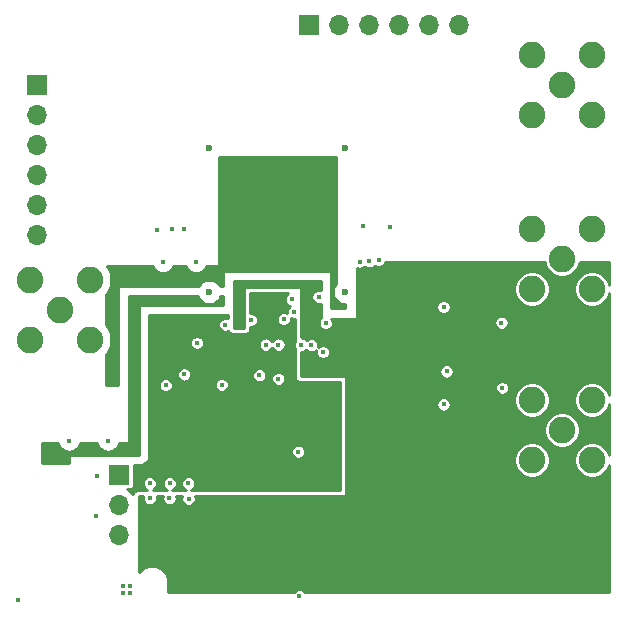
<source format=gbr>
%TF.GenerationSoftware,KiCad,Pcbnew,(5.1.10)-1*%
%TF.CreationDate,2021-07-22T16:49:50+02:00*%
%TF.ProjectId,astropix_v2,61737472-6f70-4697-985f-76322e6b6963,1.0*%
%TF.SameCoordinates,Original*%
%TF.FileFunction,Copper,L3,Inr*%
%TF.FilePolarity,Positive*%
%FSLAX46Y46*%
G04 Gerber Fmt 4.6, Leading zero omitted, Abs format (unit mm)*
G04 Created by KiCad (PCBNEW (5.1.10)-1) date 2021-07-22 16:49:50*
%MOMM*%
%LPD*%
G01*
G04 APERTURE LIST*
%TA.AperFunction,ComponentPad*%
%ADD10C,0.600000*%
%TD*%
%TA.AperFunction,ComponentPad*%
%ADD11O,1.700000X1.700000*%
%TD*%
%TA.AperFunction,ComponentPad*%
%ADD12R,1.700000X1.700000*%
%TD*%
%TA.AperFunction,ComponentPad*%
%ADD13C,2.250000*%
%TD*%
%TA.AperFunction,ViaPad*%
%ADD14C,0.450000*%
%TD*%
%TA.AperFunction,Conductor*%
%ADD15C,0.254000*%
%TD*%
%TA.AperFunction,Conductor*%
%ADD16C,0.100000*%
%TD*%
G04 APERTURE END LIST*
D10*
%TO.N,GND*%
%TO.C,U4*%
X134020000Y-65020000D03*
X122520000Y-65020000D03*
X134020000Y-77220000D03*
X122520000Y-77220000D03*
%TD*%
D11*
%TO.N,/POW4_in*%
%TO.C,JP1*%
X114909600Y-97790000D03*
%TO.N,VDD*%
X114909600Y-95250000D03*
D12*
%TO.N,/VDD18_in*%
X114909600Y-92710000D03*
%TD*%
D11*
%TO.N,GND*%
%TO.C,J10*%
X143637000Y-54610000D03*
%TO.N,/spi_right_mosi*%
X141097000Y-54610000D03*
%TO.N,/spi_right_csn*%
X138557000Y-54610000D03*
%TO.N,/spi_right_miso0*%
X136017000Y-54610000D03*
%TO.N,/spi_right_miso1*%
X133477000Y-54610000D03*
D12*
%TO.N,/spi_right_clk*%
X130937000Y-54610000D03*
%TD*%
D11*
%TO.N,GND*%
%TO.C,J9*%
X107950000Y-72390000D03*
%TO.N,/spi_left_csn*%
X107950000Y-69850000D03*
%TO.N,/spi_left_clk*%
X107950000Y-67310000D03*
%TO.N,/spi_left_miso1*%
X107950000Y-64770000D03*
%TO.N,/spi_left_miso0*%
X107950000Y-62230000D03*
D12*
%TO.N,/spi_left_mosi*%
X107950000Y-59690000D03*
%TD*%
D13*
%TO.N,GND*%
%TO.C,J6*%
X112395000Y-81280000D03*
X107315000Y-81280000D03*
X107315000Y-76200000D03*
X112395000Y-76200000D03*
%TO.N,/HV_in_ext*%
X109855000Y-78740000D03*
%TD*%
%TO.N,GND*%
%TO.C,J5*%
X149860000Y-57150000D03*
X154940000Y-57150000D03*
X154940000Y-62230000D03*
X149860000Y-62230000D03*
%TO.N,/sc_out*%
X152400000Y-59690000D03*
%TD*%
%TO.N,GND*%
%TO.C,J4*%
X149860000Y-71882000D03*
X154940000Y-71882000D03*
X154940000Y-76962000D03*
X149860000Y-76962000D03*
%TO.N,Net-(J4-Pad1)*%
X152400000Y-74422000D03*
%TD*%
%TO.N,GND*%
%TO.C,J3*%
X149860000Y-86360000D03*
X154940000Y-86360000D03*
X154940000Y-91440000D03*
X149860000Y-91440000D03*
%TO.N,Net-(J3-Pad1)*%
X152400000Y-88900000D03*
%TD*%
D14*
%TO.N,VDD*%
X128676400Y-77647800D03*
X126923800Y-77645000D03*
X129286000Y-93649798D03*
X118846600Y-82245200D03*
X123621800Y-82270606D03*
X121602198Y-91274600D03*
X122174010Y-91287600D03*
%TO.N,VDDA*%
X131438370Y-80070025D03*
X130511716Y-78787014D03*
X147269200Y-76911200D03*
X145415000Y-83947000D03*
X125095000Y-80010000D03*
X122123200Y-96850200D03*
X121551404Y-96863200D03*
%TO.N,suba*%
X131445000Y-74015600D03*
X125095000Y-74015600D03*
X128270000Y-74015600D03*
X131445000Y-71120000D03*
X128270000Y-71120000D03*
X125095000Y-71120000D03*
X131445000Y-67945000D03*
X128270000Y-67945000D03*
X125095000Y-67945000D03*
X114274600Y-84709000D03*
X133718300Y-78359000D03*
%TO.N,/res_n*%
X130048000Y-90754206D03*
X126034800Y-79603600D03*
%TO.N,/Inj*%
X129507436Y-77851000D03*
%TO.N,/DAC_vminuspix*%
X132156200Y-82321400D03*
X132384800Y-79857600D03*
%TO.N,/sr_ck2*%
X128369479Y-84582008D03*
%TO.N,/sr_ck1*%
X128828798Y-79527400D03*
%TO.N,/hold*%
X130149600Y-102997000D03*
X126765067Y-84281583D03*
%TO.N,GND*%
X147269200Y-79832200D03*
X142367000Y-86741000D03*
X142621000Y-83947000D03*
X147320000Y-85344000D03*
X113030000Y-92837000D03*
X120777000Y-94742000D03*
X117500400Y-93421200D03*
X119176800Y-93421200D03*
X120751600Y-93421200D03*
X121488200Y-81534000D03*
X115214400Y-102108000D03*
X115214400Y-102743000D03*
X115824000Y-102108000D03*
X115824000Y-102717600D03*
X117500388Y-94691200D03*
X113944400Y-89814398D03*
X110642400Y-89814400D03*
X120395996Y-84201000D03*
X123596400Y-85090006D03*
X123875800Y-80010004D03*
X129717788Y-78917800D03*
X130310139Y-81684664D03*
X128379823Y-81686400D03*
X127304800Y-81686398D03*
X131785620Y-77645014D03*
X131157489Y-81730881D03*
X118846600Y-85115400D03*
X119151402Y-94691200D03*
X112937990Y-96164400D03*
X142367000Y-78498694D03*
%TO.N,-HV*%
X106297030Y-103276400D03*
%TO.N,/spi_left_csn*%
X118110000Y-72009014D03*
%TO.N,/spi_left_clk*%
X118618000Y-74675996D03*
%TO.N,/spi_left_mosi*%
X121412000Y-74676000D03*
%TO.N,/spi_left_miso0*%
X120396000Y-71882002D03*
%TO.N,/spi_left_miso1*%
X119380000Y-71882000D03*
%TO.N,/spi_right_csn*%
X136857490Y-74523574D03*
%TO.N,/spi_right_clk*%
X135509000Y-71628000D03*
%TO.N,/spi_right_mosi*%
X137795000Y-71755000D03*
%TO.N,/spi_right_miso0*%
X136070000Y-74627402D03*
%TO.N,/spi_right_miso1*%
X135255000Y-74649590D03*
%TO.N,subd*%
X109347000Y-90932000D03*
X123571000Y-78020022D03*
%TD*%
D15*
%TO.N,VDDA*%
X150919154Y-74696783D02*
X150951875Y-74861284D01*
X151065400Y-75135359D01*
X151230213Y-75382019D01*
X151439981Y-75591787D01*
X151686641Y-75756600D01*
X151960716Y-75870125D01*
X152251672Y-75928000D01*
X152548328Y-75928000D01*
X152839284Y-75870125D01*
X153113359Y-75756600D01*
X153360019Y-75591787D01*
X153569787Y-75382019D01*
X153734600Y-75135359D01*
X153848125Y-74861284D01*
X153880550Y-74698275D01*
X156403329Y-74699546D01*
X156402435Y-76594658D01*
X156388125Y-76522716D01*
X156274600Y-76248641D01*
X156109787Y-76001981D01*
X155900019Y-75792213D01*
X155653359Y-75627400D01*
X155379284Y-75513875D01*
X155088328Y-75456000D01*
X154791672Y-75456000D01*
X154500716Y-75513875D01*
X154226641Y-75627400D01*
X153979981Y-75792213D01*
X153770213Y-76001981D01*
X153605400Y-76248641D01*
X153491875Y-76522716D01*
X153434000Y-76813672D01*
X153434000Y-77110328D01*
X153491875Y-77401284D01*
X153605400Y-77675359D01*
X153770213Y-77922019D01*
X153979981Y-78131787D01*
X154226641Y-78296600D01*
X154500716Y-78410125D01*
X154791672Y-78468000D01*
X155088328Y-78468000D01*
X155379284Y-78410125D01*
X155653359Y-78296600D01*
X155900019Y-78131787D01*
X156109787Y-77922019D01*
X156274600Y-77675359D01*
X156388125Y-77401284D01*
X156402088Y-77331088D01*
X156398014Y-85970430D01*
X156388125Y-85920716D01*
X156274600Y-85646641D01*
X156109787Y-85399981D01*
X155900019Y-85190213D01*
X155653359Y-85025400D01*
X155379284Y-84911875D01*
X155088328Y-84854000D01*
X154791672Y-84854000D01*
X154500716Y-84911875D01*
X154226641Y-85025400D01*
X153979981Y-85190213D01*
X153770213Y-85399981D01*
X153605400Y-85646641D01*
X153491875Y-85920716D01*
X153434000Y-86211672D01*
X153434000Y-86508328D01*
X153491875Y-86799284D01*
X153605400Y-87073359D01*
X153770213Y-87320019D01*
X153979981Y-87529787D01*
X154226641Y-87694600D01*
X154500716Y-87808125D01*
X154791672Y-87866000D01*
X155088328Y-87866000D01*
X155379284Y-87808125D01*
X155653359Y-87694600D01*
X155900019Y-87529787D01*
X156109787Y-87320019D01*
X156274600Y-87073359D01*
X156388125Y-86799284D01*
X156397645Y-86751422D01*
X156395624Y-91038414D01*
X156388125Y-91000716D01*
X156274600Y-90726641D01*
X156109787Y-90479981D01*
X155900019Y-90270213D01*
X155653359Y-90105400D01*
X155379284Y-89991875D01*
X155088328Y-89934000D01*
X154791672Y-89934000D01*
X154500716Y-89991875D01*
X154226641Y-90105400D01*
X153979981Y-90270213D01*
X153770213Y-90479981D01*
X153605400Y-90726641D01*
X153491875Y-91000716D01*
X153434000Y-91291672D01*
X153434000Y-91588328D01*
X153491875Y-91879284D01*
X153605400Y-92153359D01*
X153770213Y-92400019D01*
X153979981Y-92609787D01*
X154226641Y-92774600D01*
X154500716Y-92888125D01*
X154791672Y-92946000D01*
X155088328Y-92946000D01*
X155379284Y-92888125D01*
X155653359Y-92774600D01*
X155900019Y-92609787D01*
X156109787Y-92400019D01*
X156274600Y-92153359D01*
X156388125Y-91879284D01*
X156395244Y-91843494D01*
X156391011Y-100819722D01*
X156391000Y-100819833D01*
X156391000Y-100842556D01*
X156390991Y-100861964D01*
X156391000Y-100862056D01*
X156391000Y-102641400D01*
X130640826Y-102641400D01*
X130620311Y-102610698D01*
X130535902Y-102526289D01*
X130436649Y-102459970D01*
X130326364Y-102414288D01*
X130209286Y-102391000D01*
X130089914Y-102391000D01*
X129972836Y-102414288D01*
X129862551Y-102459970D01*
X129763298Y-102526289D01*
X129678889Y-102610698D01*
X129658374Y-102641400D01*
X119053000Y-102641400D01*
X119053000Y-101769832D01*
X119050850Y-101748003D01*
X119050850Y-101735678D01*
X119050221Y-101729693D01*
X119029554Y-101545441D01*
X119021429Y-101507216D01*
X119013845Y-101468914D01*
X119012066Y-101463165D01*
X119012066Y-101463163D01*
X119012064Y-101463157D01*
X118956005Y-101286435D01*
X118940624Y-101250549D01*
X118925730Y-101214413D01*
X118922867Y-101209119D01*
X118833546Y-101046645D01*
X118811483Y-101014423D01*
X118789858Y-100981875D01*
X118786022Y-100977238D01*
X118666844Y-100835209D01*
X118638934Y-100807877D01*
X118611410Y-100780160D01*
X118606752Y-100776361D01*
X118606746Y-100776355D01*
X118606739Y-100776351D01*
X118462251Y-100660179D01*
X118429565Y-100638790D01*
X118397180Y-100616946D01*
X118391874Y-100614125D01*
X118391866Y-100614120D01*
X118391858Y-100614117D01*
X118227557Y-100528222D01*
X118191355Y-100513595D01*
X118155326Y-100498450D01*
X118149564Y-100496710D01*
X117971701Y-100444363D01*
X117933324Y-100437042D01*
X117895064Y-100429188D01*
X117889084Y-100428602D01*
X117889074Y-100428600D01*
X117889065Y-100428600D01*
X117704431Y-100411797D01*
X117665401Y-100412069D01*
X117626304Y-100411797D01*
X117620315Y-100412384D01*
X117435923Y-100431765D01*
X117397660Y-100439619D01*
X117359289Y-100446939D01*
X117353533Y-100448677D01*
X117353524Y-100448679D01*
X117353516Y-100448683D01*
X117176411Y-100503505D01*
X117140431Y-100518629D01*
X117104180Y-100533276D01*
X117098866Y-100536101D01*
X116935773Y-100624285D01*
X116903353Y-100646152D01*
X116870700Y-100667520D01*
X116866045Y-100671316D01*
X116866037Y-100671322D01*
X116866030Y-100671329D01*
X116723177Y-100789508D01*
X116695656Y-100817222D01*
X116667743Y-100844556D01*
X116663907Y-100849193D01*
X116586000Y-100944716D01*
X116586000Y-94488000D01*
X116928626Y-94488000D01*
X116917676Y-94514436D01*
X116894388Y-94631514D01*
X116894388Y-94750886D01*
X116917676Y-94867964D01*
X116963358Y-94978249D01*
X117029677Y-95077502D01*
X117114086Y-95161911D01*
X117213339Y-95228230D01*
X117323624Y-95273912D01*
X117440702Y-95297200D01*
X117560074Y-95297200D01*
X117677152Y-95273912D01*
X117787437Y-95228230D01*
X117886690Y-95161911D01*
X117971099Y-95077502D01*
X118037418Y-94978249D01*
X118083100Y-94867964D01*
X118106388Y-94750886D01*
X118106388Y-94631514D01*
X118083100Y-94514436D01*
X118072150Y-94488000D01*
X118579640Y-94488000D01*
X118568690Y-94514436D01*
X118545402Y-94631514D01*
X118545402Y-94750886D01*
X118568690Y-94867964D01*
X118614372Y-94978249D01*
X118680691Y-95077502D01*
X118765100Y-95161911D01*
X118864353Y-95228230D01*
X118974638Y-95273912D01*
X119091716Y-95297200D01*
X119211088Y-95297200D01*
X119328166Y-95273912D01*
X119438451Y-95228230D01*
X119537704Y-95161911D01*
X119622113Y-95077502D01*
X119688432Y-94978249D01*
X119734114Y-94867964D01*
X119757402Y-94750886D01*
X119757402Y-94631514D01*
X119734114Y-94514436D01*
X119723164Y-94488000D01*
X120226281Y-94488000D01*
X120194288Y-94565236D01*
X120171000Y-94682314D01*
X120171000Y-94801686D01*
X120194288Y-94918764D01*
X120239970Y-95029049D01*
X120306289Y-95128302D01*
X120390698Y-95212711D01*
X120489951Y-95279030D01*
X120600236Y-95324712D01*
X120717314Y-95348000D01*
X120836686Y-95348000D01*
X120953764Y-95324712D01*
X121064049Y-95279030D01*
X121163302Y-95212711D01*
X121247711Y-95128302D01*
X121314030Y-95029049D01*
X121359712Y-94918764D01*
X121383000Y-94801686D01*
X121383000Y-94682314D01*
X121359712Y-94565236D01*
X121327719Y-94488000D01*
X133985000Y-94488000D01*
X134009776Y-94485560D01*
X134033601Y-94478333D01*
X134055557Y-94466597D01*
X134074803Y-94450803D01*
X134090597Y-94431557D01*
X134102333Y-94409601D01*
X134109560Y-94385776D01*
X134112000Y-94361000D01*
X134112000Y-91291672D01*
X148354000Y-91291672D01*
X148354000Y-91588328D01*
X148411875Y-91879284D01*
X148525400Y-92153359D01*
X148690213Y-92400019D01*
X148899981Y-92609787D01*
X149146641Y-92774600D01*
X149420716Y-92888125D01*
X149711672Y-92946000D01*
X150008328Y-92946000D01*
X150299284Y-92888125D01*
X150573359Y-92774600D01*
X150820019Y-92609787D01*
X151029787Y-92400019D01*
X151194600Y-92153359D01*
X151308125Y-91879284D01*
X151366000Y-91588328D01*
X151366000Y-91291672D01*
X151308125Y-91000716D01*
X151194600Y-90726641D01*
X151029787Y-90479981D01*
X150820019Y-90270213D01*
X150573359Y-90105400D01*
X150299284Y-89991875D01*
X150008328Y-89934000D01*
X149711672Y-89934000D01*
X149420716Y-89991875D01*
X149146641Y-90105400D01*
X148899981Y-90270213D01*
X148690213Y-90479981D01*
X148525400Y-90726641D01*
X148411875Y-91000716D01*
X148354000Y-91291672D01*
X134112000Y-91291672D01*
X134112000Y-88751672D01*
X150894000Y-88751672D01*
X150894000Y-89048328D01*
X150951875Y-89339284D01*
X151065400Y-89613359D01*
X151230213Y-89860019D01*
X151439981Y-90069787D01*
X151686641Y-90234600D01*
X151960716Y-90348125D01*
X152251672Y-90406000D01*
X152548328Y-90406000D01*
X152839284Y-90348125D01*
X153113359Y-90234600D01*
X153360019Y-90069787D01*
X153569787Y-89860019D01*
X153734600Y-89613359D01*
X153848125Y-89339284D01*
X153906000Y-89048328D01*
X153906000Y-88751672D01*
X153848125Y-88460716D01*
X153734600Y-88186641D01*
X153569787Y-87939981D01*
X153360019Y-87730213D01*
X153113359Y-87565400D01*
X152839284Y-87451875D01*
X152548328Y-87394000D01*
X152251672Y-87394000D01*
X151960716Y-87451875D01*
X151686641Y-87565400D01*
X151439981Y-87730213D01*
X151230213Y-87939981D01*
X151065400Y-88186641D01*
X150951875Y-88460716D01*
X150894000Y-88751672D01*
X134112000Y-88751672D01*
X134112000Y-86681314D01*
X141761000Y-86681314D01*
X141761000Y-86800686D01*
X141784288Y-86917764D01*
X141829970Y-87028049D01*
X141896289Y-87127302D01*
X141980698Y-87211711D01*
X142079951Y-87278030D01*
X142190236Y-87323712D01*
X142307314Y-87347000D01*
X142426686Y-87347000D01*
X142543764Y-87323712D01*
X142654049Y-87278030D01*
X142753302Y-87211711D01*
X142837711Y-87127302D01*
X142904030Y-87028049D01*
X142949712Y-86917764D01*
X142973000Y-86800686D01*
X142973000Y-86681314D01*
X142949712Y-86564236D01*
X142904030Y-86453951D01*
X142837711Y-86354698D01*
X142753302Y-86270289D01*
X142665576Y-86211672D01*
X148354000Y-86211672D01*
X148354000Y-86508328D01*
X148411875Y-86799284D01*
X148525400Y-87073359D01*
X148690213Y-87320019D01*
X148899981Y-87529787D01*
X149146641Y-87694600D01*
X149420716Y-87808125D01*
X149711672Y-87866000D01*
X150008328Y-87866000D01*
X150299284Y-87808125D01*
X150573359Y-87694600D01*
X150820019Y-87529787D01*
X151029787Y-87320019D01*
X151194600Y-87073359D01*
X151308125Y-86799284D01*
X151366000Y-86508328D01*
X151366000Y-86211672D01*
X151308125Y-85920716D01*
X151194600Y-85646641D01*
X151029787Y-85399981D01*
X150820019Y-85190213D01*
X150573359Y-85025400D01*
X150299284Y-84911875D01*
X150008328Y-84854000D01*
X149711672Y-84854000D01*
X149420716Y-84911875D01*
X149146641Y-85025400D01*
X148899981Y-85190213D01*
X148690213Y-85399981D01*
X148525400Y-85646641D01*
X148411875Y-85920716D01*
X148354000Y-86211672D01*
X142665576Y-86211672D01*
X142654049Y-86203970D01*
X142543764Y-86158288D01*
X142426686Y-86135000D01*
X142307314Y-86135000D01*
X142190236Y-86158288D01*
X142079951Y-86203970D01*
X141980698Y-86270289D01*
X141896289Y-86354698D01*
X141829970Y-86453951D01*
X141784288Y-86564236D01*
X141761000Y-86681314D01*
X134112000Y-86681314D01*
X134112000Y-85284314D01*
X146714000Y-85284314D01*
X146714000Y-85403686D01*
X146737288Y-85520764D01*
X146782970Y-85631049D01*
X146849289Y-85730302D01*
X146933698Y-85814711D01*
X147032951Y-85881030D01*
X147143236Y-85926712D01*
X147260314Y-85950000D01*
X147379686Y-85950000D01*
X147496764Y-85926712D01*
X147607049Y-85881030D01*
X147706302Y-85814711D01*
X147790711Y-85730302D01*
X147857030Y-85631049D01*
X147902712Y-85520764D01*
X147926000Y-85403686D01*
X147926000Y-85284314D01*
X147902712Y-85167236D01*
X147857030Y-85056951D01*
X147790711Y-84957698D01*
X147706302Y-84873289D01*
X147607049Y-84806970D01*
X147496764Y-84761288D01*
X147379686Y-84738000D01*
X147260314Y-84738000D01*
X147143236Y-84761288D01*
X147032951Y-84806970D01*
X146933698Y-84873289D01*
X146849289Y-84957698D01*
X146782970Y-85056951D01*
X146737288Y-85167236D01*
X146714000Y-85284314D01*
X134112000Y-85284314D01*
X134112000Y-84455000D01*
X134109560Y-84430224D01*
X134102333Y-84406399D01*
X134090597Y-84384443D01*
X134074803Y-84365197D01*
X134055557Y-84349403D01*
X134033601Y-84337667D01*
X134009776Y-84330440D01*
X133985000Y-84328000D01*
X130302000Y-84328000D01*
X130302000Y-83887314D01*
X142015000Y-83887314D01*
X142015000Y-84006686D01*
X142038288Y-84123764D01*
X142083970Y-84234049D01*
X142150289Y-84333302D01*
X142234698Y-84417711D01*
X142333951Y-84484030D01*
X142444236Y-84529712D01*
X142561314Y-84553000D01*
X142680686Y-84553000D01*
X142797764Y-84529712D01*
X142908049Y-84484030D01*
X143007302Y-84417711D01*
X143091711Y-84333302D01*
X143158030Y-84234049D01*
X143203712Y-84123764D01*
X143227000Y-84006686D01*
X143227000Y-83887314D01*
X143203712Y-83770236D01*
X143158030Y-83659951D01*
X143091711Y-83560698D01*
X143007302Y-83476289D01*
X142908049Y-83409970D01*
X142797764Y-83364288D01*
X142680686Y-83341000D01*
X142561314Y-83341000D01*
X142444236Y-83364288D01*
X142333951Y-83409970D01*
X142234698Y-83476289D01*
X142150289Y-83560698D01*
X142083970Y-83659951D01*
X142038288Y-83770236D01*
X142015000Y-83887314D01*
X130302000Y-83887314D01*
X130302000Y-82290664D01*
X130369825Y-82290664D01*
X130486903Y-82267376D01*
X130597188Y-82221694D01*
X130696441Y-82155375D01*
X130710706Y-82141111D01*
X130771187Y-82201592D01*
X130870440Y-82267911D01*
X130980725Y-82313593D01*
X131097803Y-82336881D01*
X131217175Y-82336881D01*
X131334253Y-82313593D01*
X131444538Y-82267911D01*
X131543791Y-82201592D01*
X131566720Y-82178663D01*
X131550200Y-82261714D01*
X131550200Y-82381086D01*
X131573488Y-82498164D01*
X131619170Y-82608449D01*
X131685489Y-82707702D01*
X131769898Y-82792111D01*
X131869151Y-82858430D01*
X131979436Y-82904112D01*
X132096514Y-82927400D01*
X132215886Y-82927400D01*
X132332964Y-82904112D01*
X132443249Y-82858430D01*
X132542502Y-82792111D01*
X132626911Y-82707702D01*
X132693230Y-82608449D01*
X132738912Y-82498164D01*
X132762200Y-82381086D01*
X132762200Y-82261714D01*
X132738912Y-82144636D01*
X132693230Y-82034351D01*
X132626911Y-81935098D01*
X132542502Y-81850689D01*
X132443249Y-81784370D01*
X132332964Y-81738688D01*
X132215886Y-81715400D01*
X132096514Y-81715400D01*
X131979436Y-81738688D01*
X131869151Y-81784370D01*
X131769898Y-81850689D01*
X131746969Y-81873618D01*
X131763489Y-81790567D01*
X131763489Y-81671195D01*
X131740201Y-81554117D01*
X131694519Y-81443832D01*
X131628200Y-81344579D01*
X131543791Y-81260170D01*
X131444538Y-81193851D01*
X131334253Y-81148169D01*
X131217175Y-81124881D01*
X131097803Y-81124881D01*
X130980725Y-81148169D01*
X130870440Y-81193851D01*
X130771187Y-81260170D01*
X130756923Y-81274435D01*
X130696441Y-81213953D01*
X130597188Y-81147634D01*
X130486903Y-81101952D01*
X130369825Y-81078664D01*
X130302000Y-81078664D01*
X130302000Y-79087023D01*
X130323788Y-78977486D01*
X130323788Y-78858114D01*
X130302000Y-78748577D01*
X130302000Y-76936600D01*
X130299560Y-76911824D01*
X130292333Y-76887999D01*
X130280597Y-76866043D01*
X130264803Y-76846797D01*
X130245557Y-76831003D01*
X130223601Y-76819267D01*
X130199776Y-76812040D01*
X130175000Y-76809600D01*
X125603000Y-76809600D01*
X125578224Y-76812040D01*
X125554399Y-76819267D01*
X125532443Y-76831003D01*
X125513197Y-76846797D01*
X125497403Y-76866043D01*
X125485667Y-76887999D01*
X125478440Y-76911824D01*
X125476000Y-76936600D01*
X125476000Y-79369108D01*
X125452088Y-79426836D01*
X125428800Y-79543914D01*
X125428800Y-79663286D01*
X125452088Y-79780364D01*
X125476000Y-79838092D01*
X125476000Y-80264000D01*
X124612400Y-80264000D01*
X124612400Y-76327000D01*
X131953000Y-76327000D01*
X131953000Y-77060435D01*
X131845306Y-77039014D01*
X131725934Y-77039014D01*
X131608856Y-77062302D01*
X131498571Y-77107984D01*
X131399318Y-77174303D01*
X131314909Y-77258712D01*
X131248590Y-77357965D01*
X131202908Y-77468250D01*
X131179620Y-77585328D01*
X131179620Y-77704700D01*
X131202908Y-77821778D01*
X131248590Y-77932063D01*
X131314909Y-78031316D01*
X131399318Y-78115725D01*
X131498571Y-78182044D01*
X131608856Y-78227726D01*
X131725934Y-78251014D01*
X131845306Y-78251014D01*
X131953000Y-78229593D01*
X131953000Y-79375000D01*
X131955440Y-79399776D01*
X131962462Y-79422925D01*
X131914089Y-79471298D01*
X131847770Y-79570551D01*
X131802088Y-79680836D01*
X131778800Y-79797914D01*
X131778800Y-79917286D01*
X131802088Y-80034364D01*
X131847770Y-80144649D01*
X131914089Y-80243902D01*
X131998498Y-80328311D01*
X132097751Y-80394630D01*
X132208036Y-80440312D01*
X132325114Y-80463600D01*
X132444486Y-80463600D01*
X132561564Y-80440312D01*
X132671849Y-80394630D01*
X132771102Y-80328311D01*
X132855511Y-80243902D01*
X132921830Y-80144649D01*
X132967512Y-80034364D01*
X132990800Y-79917286D01*
X132990800Y-79797914D01*
X132985748Y-79772514D01*
X146663200Y-79772514D01*
X146663200Y-79891886D01*
X146686488Y-80008964D01*
X146732170Y-80119249D01*
X146798489Y-80218502D01*
X146882898Y-80302911D01*
X146982151Y-80369230D01*
X147092436Y-80414912D01*
X147209514Y-80438200D01*
X147328886Y-80438200D01*
X147445964Y-80414912D01*
X147556249Y-80369230D01*
X147655502Y-80302911D01*
X147739911Y-80218502D01*
X147806230Y-80119249D01*
X147851912Y-80008964D01*
X147875200Y-79891886D01*
X147875200Y-79772514D01*
X147851912Y-79655436D01*
X147806230Y-79545151D01*
X147739911Y-79445898D01*
X147655502Y-79361489D01*
X147556249Y-79295170D01*
X147445964Y-79249488D01*
X147328886Y-79226200D01*
X147209514Y-79226200D01*
X147092436Y-79249488D01*
X146982151Y-79295170D01*
X146882898Y-79361489D01*
X146798489Y-79445898D01*
X146732170Y-79545151D01*
X146686488Y-79655436D01*
X146663200Y-79772514D01*
X132985748Y-79772514D01*
X132967512Y-79680836D01*
X132921830Y-79570551D01*
X132873616Y-79498394D01*
X134874577Y-79489299D01*
X134899342Y-79486746D01*
X134923134Y-79479411D01*
X134945037Y-79467575D01*
X134964210Y-79451693D01*
X134979916Y-79432377D01*
X134991552Y-79410367D01*
X134998671Y-79386510D01*
X135001000Y-79362300D01*
X135001000Y-78439008D01*
X141761000Y-78439008D01*
X141761000Y-78558380D01*
X141784288Y-78675458D01*
X141829970Y-78785743D01*
X141896289Y-78884996D01*
X141980698Y-78969405D01*
X142079951Y-79035724D01*
X142190236Y-79081406D01*
X142307314Y-79104694D01*
X142426686Y-79104694D01*
X142543764Y-79081406D01*
X142654049Y-79035724D01*
X142753302Y-78969405D01*
X142837711Y-78884996D01*
X142904030Y-78785743D01*
X142949712Y-78675458D01*
X142973000Y-78558380D01*
X142973000Y-78439008D01*
X142949712Y-78321930D01*
X142904030Y-78211645D01*
X142837711Y-78112392D01*
X142753302Y-78027983D01*
X142654049Y-77961664D01*
X142543764Y-77915982D01*
X142426686Y-77892694D01*
X142307314Y-77892694D01*
X142190236Y-77915982D01*
X142079951Y-77961664D01*
X141980698Y-78027983D01*
X141896289Y-78112392D01*
X141829970Y-78211645D01*
X141784288Y-78321930D01*
X141761000Y-78439008D01*
X135001000Y-78439008D01*
X135001000Y-76813672D01*
X148354000Y-76813672D01*
X148354000Y-77110328D01*
X148411875Y-77401284D01*
X148525400Y-77675359D01*
X148690213Y-77922019D01*
X148899981Y-78131787D01*
X149146641Y-78296600D01*
X149420716Y-78410125D01*
X149711672Y-78468000D01*
X150008328Y-78468000D01*
X150299284Y-78410125D01*
X150573359Y-78296600D01*
X150820019Y-78131787D01*
X151029787Y-77922019D01*
X151194600Y-77675359D01*
X151308125Y-77401284D01*
X151366000Y-77110328D01*
X151366000Y-76813672D01*
X151308125Y-76522716D01*
X151194600Y-76248641D01*
X151029787Y-76001981D01*
X150820019Y-75792213D01*
X150573359Y-75627400D01*
X150299284Y-75513875D01*
X150008328Y-75456000D01*
X149711672Y-75456000D01*
X149420716Y-75513875D01*
X149146641Y-75627400D01*
X148899981Y-75792213D01*
X148690213Y-76001981D01*
X148525400Y-76248641D01*
X148411875Y-76522716D01*
X148354000Y-76813672D01*
X135001000Y-76813672D01*
X135001000Y-75200309D01*
X135078236Y-75232302D01*
X135195314Y-75255590D01*
X135314686Y-75255590D01*
X135431764Y-75232302D01*
X135542049Y-75186620D01*
X135641302Y-75120301D01*
X135673594Y-75088009D01*
X135683698Y-75098113D01*
X135782951Y-75164432D01*
X135893236Y-75210114D01*
X136010314Y-75233402D01*
X136129686Y-75233402D01*
X136246764Y-75210114D01*
X136357049Y-75164432D01*
X136456302Y-75098113D01*
X136524505Y-75029910D01*
X136570441Y-75060604D01*
X136680726Y-75106286D01*
X136797804Y-75129574D01*
X136917176Y-75129574D01*
X137034254Y-75106286D01*
X137144539Y-75060604D01*
X137243792Y-74994285D01*
X137328201Y-74909876D01*
X137394520Y-74810623D01*
X137440202Y-74700338D01*
X137442260Y-74689994D01*
X150919154Y-74696783D01*
%TA.AperFunction,Conductor*%
D16*
G36*
X150919154Y-74696783D02*
G01*
X150951875Y-74861284D01*
X151065400Y-75135359D01*
X151230213Y-75382019D01*
X151439981Y-75591787D01*
X151686641Y-75756600D01*
X151960716Y-75870125D01*
X152251672Y-75928000D01*
X152548328Y-75928000D01*
X152839284Y-75870125D01*
X153113359Y-75756600D01*
X153360019Y-75591787D01*
X153569787Y-75382019D01*
X153734600Y-75135359D01*
X153848125Y-74861284D01*
X153880550Y-74698275D01*
X156403329Y-74699546D01*
X156402435Y-76594658D01*
X156388125Y-76522716D01*
X156274600Y-76248641D01*
X156109787Y-76001981D01*
X155900019Y-75792213D01*
X155653359Y-75627400D01*
X155379284Y-75513875D01*
X155088328Y-75456000D01*
X154791672Y-75456000D01*
X154500716Y-75513875D01*
X154226641Y-75627400D01*
X153979981Y-75792213D01*
X153770213Y-76001981D01*
X153605400Y-76248641D01*
X153491875Y-76522716D01*
X153434000Y-76813672D01*
X153434000Y-77110328D01*
X153491875Y-77401284D01*
X153605400Y-77675359D01*
X153770213Y-77922019D01*
X153979981Y-78131787D01*
X154226641Y-78296600D01*
X154500716Y-78410125D01*
X154791672Y-78468000D01*
X155088328Y-78468000D01*
X155379284Y-78410125D01*
X155653359Y-78296600D01*
X155900019Y-78131787D01*
X156109787Y-77922019D01*
X156274600Y-77675359D01*
X156388125Y-77401284D01*
X156402088Y-77331088D01*
X156398014Y-85970430D01*
X156388125Y-85920716D01*
X156274600Y-85646641D01*
X156109787Y-85399981D01*
X155900019Y-85190213D01*
X155653359Y-85025400D01*
X155379284Y-84911875D01*
X155088328Y-84854000D01*
X154791672Y-84854000D01*
X154500716Y-84911875D01*
X154226641Y-85025400D01*
X153979981Y-85190213D01*
X153770213Y-85399981D01*
X153605400Y-85646641D01*
X153491875Y-85920716D01*
X153434000Y-86211672D01*
X153434000Y-86508328D01*
X153491875Y-86799284D01*
X153605400Y-87073359D01*
X153770213Y-87320019D01*
X153979981Y-87529787D01*
X154226641Y-87694600D01*
X154500716Y-87808125D01*
X154791672Y-87866000D01*
X155088328Y-87866000D01*
X155379284Y-87808125D01*
X155653359Y-87694600D01*
X155900019Y-87529787D01*
X156109787Y-87320019D01*
X156274600Y-87073359D01*
X156388125Y-86799284D01*
X156397645Y-86751422D01*
X156395624Y-91038414D01*
X156388125Y-91000716D01*
X156274600Y-90726641D01*
X156109787Y-90479981D01*
X155900019Y-90270213D01*
X155653359Y-90105400D01*
X155379284Y-89991875D01*
X155088328Y-89934000D01*
X154791672Y-89934000D01*
X154500716Y-89991875D01*
X154226641Y-90105400D01*
X153979981Y-90270213D01*
X153770213Y-90479981D01*
X153605400Y-90726641D01*
X153491875Y-91000716D01*
X153434000Y-91291672D01*
X153434000Y-91588328D01*
X153491875Y-91879284D01*
X153605400Y-92153359D01*
X153770213Y-92400019D01*
X153979981Y-92609787D01*
X154226641Y-92774600D01*
X154500716Y-92888125D01*
X154791672Y-92946000D01*
X155088328Y-92946000D01*
X155379284Y-92888125D01*
X155653359Y-92774600D01*
X155900019Y-92609787D01*
X156109787Y-92400019D01*
X156274600Y-92153359D01*
X156388125Y-91879284D01*
X156395244Y-91843494D01*
X156391011Y-100819722D01*
X156391000Y-100819833D01*
X156391000Y-100842556D01*
X156390991Y-100861964D01*
X156391000Y-100862056D01*
X156391000Y-102641400D01*
X130640826Y-102641400D01*
X130620311Y-102610698D01*
X130535902Y-102526289D01*
X130436649Y-102459970D01*
X130326364Y-102414288D01*
X130209286Y-102391000D01*
X130089914Y-102391000D01*
X129972836Y-102414288D01*
X129862551Y-102459970D01*
X129763298Y-102526289D01*
X129678889Y-102610698D01*
X129658374Y-102641400D01*
X119053000Y-102641400D01*
X119053000Y-101769832D01*
X119050850Y-101748003D01*
X119050850Y-101735678D01*
X119050221Y-101729693D01*
X119029554Y-101545441D01*
X119021429Y-101507216D01*
X119013845Y-101468914D01*
X119012066Y-101463165D01*
X119012066Y-101463163D01*
X119012064Y-101463157D01*
X118956005Y-101286435D01*
X118940624Y-101250549D01*
X118925730Y-101214413D01*
X118922867Y-101209119D01*
X118833546Y-101046645D01*
X118811483Y-101014423D01*
X118789858Y-100981875D01*
X118786022Y-100977238D01*
X118666844Y-100835209D01*
X118638934Y-100807877D01*
X118611410Y-100780160D01*
X118606752Y-100776361D01*
X118606746Y-100776355D01*
X118606739Y-100776351D01*
X118462251Y-100660179D01*
X118429565Y-100638790D01*
X118397180Y-100616946D01*
X118391874Y-100614125D01*
X118391866Y-100614120D01*
X118391858Y-100614117D01*
X118227557Y-100528222D01*
X118191355Y-100513595D01*
X118155326Y-100498450D01*
X118149564Y-100496710D01*
X117971701Y-100444363D01*
X117933324Y-100437042D01*
X117895064Y-100429188D01*
X117889084Y-100428602D01*
X117889074Y-100428600D01*
X117889065Y-100428600D01*
X117704431Y-100411797D01*
X117665401Y-100412069D01*
X117626304Y-100411797D01*
X117620315Y-100412384D01*
X117435923Y-100431765D01*
X117397660Y-100439619D01*
X117359289Y-100446939D01*
X117353533Y-100448677D01*
X117353524Y-100448679D01*
X117353516Y-100448683D01*
X117176411Y-100503505D01*
X117140431Y-100518629D01*
X117104180Y-100533276D01*
X117098866Y-100536101D01*
X116935773Y-100624285D01*
X116903353Y-100646152D01*
X116870700Y-100667520D01*
X116866045Y-100671316D01*
X116866037Y-100671322D01*
X116866030Y-100671329D01*
X116723177Y-100789508D01*
X116695656Y-100817222D01*
X116667743Y-100844556D01*
X116663907Y-100849193D01*
X116586000Y-100944716D01*
X116586000Y-94488000D01*
X116928626Y-94488000D01*
X116917676Y-94514436D01*
X116894388Y-94631514D01*
X116894388Y-94750886D01*
X116917676Y-94867964D01*
X116963358Y-94978249D01*
X117029677Y-95077502D01*
X117114086Y-95161911D01*
X117213339Y-95228230D01*
X117323624Y-95273912D01*
X117440702Y-95297200D01*
X117560074Y-95297200D01*
X117677152Y-95273912D01*
X117787437Y-95228230D01*
X117886690Y-95161911D01*
X117971099Y-95077502D01*
X118037418Y-94978249D01*
X118083100Y-94867964D01*
X118106388Y-94750886D01*
X118106388Y-94631514D01*
X118083100Y-94514436D01*
X118072150Y-94488000D01*
X118579640Y-94488000D01*
X118568690Y-94514436D01*
X118545402Y-94631514D01*
X118545402Y-94750886D01*
X118568690Y-94867964D01*
X118614372Y-94978249D01*
X118680691Y-95077502D01*
X118765100Y-95161911D01*
X118864353Y-95228230D01*
X118974638Y-95273912D01*
X119091716Y-95297200D01*
X119211088Y-95297200D01*
X119328166Y-95273912D01*
X119438451Y-95228230D01*
X119537704Y-95161911D01*
X119622113Y-95077502D01*
X119688432Y-94978249D01*
X119734114Y-94867964D01*
X119757402Y-94750886D01*
X119757402Y-94631514D01*
X119734114Y-94514436D01*
X119723164Y-94488000D01*
X120226281Y-94488000D01*
X120194288Y-94565236D01*
X120171000Y-94682314D01*
X120171000Y-94801686D01*
X120194288Y-94918764D01*
X120239970Y-95029049D01*
X120306289Y-95128302D01*
X120390698Y-95212711D01*
X120489951Y-95279030D01*
X120600236Y-95324712D01*
X120717314Y-95348000D01*
X120836686Y-95348000D01*
X120953764Y-95324712D01*
X121064049Y-95279030D01*
X121163302Y-95212711D01*
X121247711Y-95128302D01*
X121314030Y-95029049D01*
X121359712Y-94918764D01*
X121383000Y-94801686D01*
X121383000Y-94682314D01*
X121359712Y-94565236D01*
X121327719Y-94488000D01*
X133985000Y-94488000D01*
X134009776Y-94485560D01*
X134033601Y-94478333D01*
X134055557Y-94466597D01*
X134074803Y-94450803D01*
X134090597Y-94431557D01*
X134102333Y-94409601D01*
X134109560Y-94385776D01*
X134112000Y-94361000D01*
X134112000Y-91291672D01*
X148354000Y-91291672D01*
X148354000Y-91588328D01*
X148411875Y-91879284D01*
X148525400Y-92153359D01*
X148690213Y-92400019D01*
X148899981Y-92609787D01*
X149146641Y-92774600D01*
X149420716Y-92888125D01*
X149711672Y-92946000D01*
X150008328Y-92946000D01*
X150299284Y-92888125D01*
X150573359Y-92774600D01*
X150820019Y-92609787D01*
X151029787Y-92400019D01*
X151194600Y-92153359D01*
X151308125Y-91879284D01*
X151366000Y-91588328D01*
X151366000Y-91291672D01*
X151308125Y-91000716D01*
X151194600Y-90726641D01*
X151029787Y-90479981D01*
X150820019Y-90270213D01*
X150573359Y-90105400D01*
X150299284Y-89991875D01*
X150008328Y-89934000D01*
X149711672Y-89934000D01*
X149420716Y-89991875D01*
X149146641Y-90105400D01*
X148899981Y-90270213D01*
X148690213Y-90479981D01*
X148525400Y-90726641D01*
X148411875Y-91000716D01*
X148354000Y-91291672D01*
X134112000Y-91291672D01*
X134112000Y-88751672D01*
X150894000Y-88751672D01*
X150894000Y-89048328D01*
X150951875Y-89339284D01*
X151065400Y-89613359D01*
X151230213Y-89860019D01*
X151439981Y-90069787D01*
X151686641Y-90234600D01*
X151960716Y-90348125D01*
X152251672Y-90406000D01*
X152548328Y-90406000D01*
X152839284Y-90348125D01*
X153113359Y-90234600D01*
X153360019Y-90069787D01*
X153569787Y-89860019D01*
X153734600Y-89613359D01*
X153848125Y-89339284D01*
X153906000Y-89048328D01*
X153906000Y-88751672D01*
X153848125Y-88460716D01*
X153734600Y-88186641D01*
X153569787Y-87939981D01*
X153360019Y-87730213D01*
X153113359Y-87565400D01*
X152839284Y-87451875D01*
X152548328Y-87394000D01*
X152251672Y-87394000D01*
X151960716Y-87451875D01*
X151686641Y-87565400D01*
X151439981Y-87730213D01*
X151230213Y-87939981D01*
X151065400Y-88186641D01*
X150951875Y-88460716D01*
X150894000Y-88751672D01*
X134112000Y-88751672D01*
X134112000Y-86681314D01*
X141761000Y-86681314D01*
X141761000Y-86800686D01*
X141784288Y-86917764D01*
X141829970Y-87028049D01*
X141896289Y-87127302D01*
X141980698Y-87211711D01*
X142079951Y-87278030D01*
X142190236Y-87323712D01*
X142307314Y-87347000D01*
X142426686Y-87347000D01*
X142543764Y-87323712D01*
X142654049Y-87278030D01*
X142753302Y-87211711D01*
X142837711Y-87127302D01*
X142904030Y-87028049D01*
X142949712Y-86917764D01*
X142973000Y-86800686D01*
X142973000Y-86681314D01*
X142949712Y-86564236D01*
X142904030Y-86453951D01*
X142837711Y-86354698D01*
X142753302Y-86270289D01*
X142665576Y-86211672D01*
X148354000Y-86211672D01*
X148354000Y-86508328D01*
X148411875Y-86799284D01*
X148525400Y-87073359D01*
X148690213Y-87320019D01*
X148899981Y-87529787D01*
X149146641Y-87694600D01*
X149420716Y-87808125D01*
X149711672Y-87866000D01*
X150008328Y-87866000D01*
X150299284Y-87808125D01*
X150573359Y-87694600D01*
X150820019Y-87529787D01*
X151029787Y-87320019D01*
X151194600Y-87073359D01*
X151308125Y-86799284D01*
X151366000Y-86508328D01*
X151366000Y-86211672D01*
X151308125Y-85920716D01*
X151194600Y-85646641D01*
X151029787Y-85399981D01*
X150820019Y-85190213D01*
X150573359Y-85025400D01*
X150299284Y-84911875D01*
X150008328Y-84854000D01*
X149711672Y-84854000D01*
X149420716Y-84911875D01*
X149146641Y-85025400D01*
X148899981Y-85190213D01*
X148690213Y-85399981D01*
X148525400Y-85646641D01*
X148411875Y-85920716D01*
X148354000Y-86211672D01*
X142665576Y-86211672D01*
X142654049Y-86203970D01*
X142543764Y-86158288D01*
X142426686Y-86135000D01*
X142307314Y-86135000D01*
X142190236Y-86158288D01*
X142079951Y-86203970D01*
X141980698Y-86270289D01*
X141896289Y-86354698D01*
X141829970Y-86453951D01*
X141784288Y-86564236D01*
X141761000Y-86681314D01*
X134112000Y-86681314D01*
X134112000Y-85284314D01*
X146714000Y-85284314D01*
X146714000Y-85403686D01*
X146737288Y-85520764D01*
X146782970Y-85631049D01*
X146849289Y-85730302D01*
X146933698Y-85814711D01*
X147032951Y-85881030D01*
X147143236Y-85926712D01*
X147260314Y-85950000D01*
X147379686Y-85950000D01*
X147496764Y-85926712D01*
X147607049Y-85881030D01*
X147706302Y-85814711D01*
X147790711Y-85730302D01*
X147857030Y-85631049D01*
X147902712Y-85520764D01*
X147926000Y-85403686D01*
X147926000Y-85284314D01*
X147902712Y-85167236D01*
X147857030Y-85056951D01*
X147790711Y-84957698D01*
X147706302Y-84873289D01*
X147607049Y-84806970D01*
X147496764Y-84761288D01*
X147379686Y-84738000D01*
X147260314Y-84738000D01*
X147143236Y-84761288D01*
X147032951Y-84806970D01*
X146933698Y-84873289D01*
X146849289Y-84957698D01*
X146782970Y-85056951D01*
X146737288Y-85167236D01*
X146714000Y-85284314D01*
X134112000Y-85284314D01*
X134112000Y-84455000D01*
X134109560Y-84430224D01*
X134102333Y-84406399D01*
X134090597Y-84384443D01*
X134074803Y-84365197D01*
X134055557Y-84349403D01*
X134033601Y-84337667D01*
X134009776Y-84330440D01*
X133985000Y-84328000D01*
X130302000Y-84328000D01*
X130302000Y-83887314D01*
X142015000Y-83887314D01*
X142015000Y-84006686D01*
X142038288Y-84123764D01*
X142083970Y-84234049D01*
X142150289Y-84333302D01*
X142234698Y-84417711D01*
X142333951Y-84484030D01*
X142444236Y-84529712D01*
X142561314Y-84553000D01*
X142680686Y-84553000D01*
X142797764Y-84529712D01*
X142908049Y-84484030D01*
X143007302Y-84417711D01*
X143091711Y-84333302D01*
X143158030Y-84234049D01*
X143203712Y-84123764D01*
X143227000Y-84006686D01*
X143227000Y-83887314D01*
X143203712Y-83770236D01*
X143158030Y-83659951D01*
X143091711Y-83560698D01*
X143007302Y-83476289D01*
X142908049Y-83409970D01*
X142797764Y-83364288D01*
X142680686Y-83341000D01*
X142561314Y-83341000D01*
X142444236Y-83364288D01*
X142333951Y-83409970D01*
X142234698Y-83476289D01*
X142150289Y-83560698D01*
X142083970Y-83659951D01*
X142038288Y-83770236D01*
X142015000Y-83887314D01*
X130302000Y-83887314D01*
X130302000Y-82290664D01*
X130369825Y-82290664D01*
X130486903Y-82267376D01*
X130597188Y-82221694D01*
X130696441Y-82155375D01*
X130710706Y-82141111D01*
X130771187Y-82201592D01*
X130870440Y-82267911D01*
X130980725Y-82313593D01*
X131097803Y-82336881D01*
X131217175Y-82336881D01*
X131334253Y-82313593D01*
X131444538Y-82267911D01*
X131543791Y-82201592D01*
X131566720Y-82178663D01*
X131550200Y-82261714D01*
X131550200Y-82381086D01*
X131573488Y-82498164D01*
X131619170Y-82608449D01*
X131685489Y-82707702D01*
X131769898Y-82792111D01*
X131869151Y-82858430D01*
X131979436Y-82904112D01*
X132096514Y-82927400D01*
X132215886Y-82927400D01*
X132332964Y-82904112D01*
X132443249Y-82858430D01*
X132542502Y-82792111D01*
X132626911Y-82707702D01*
X132693230Y-82608449D01*
X132738912Y-82498164D01*
X132762200Y-82381086D01*
X132762200Y-82261714D01*
X132738912Y-82144636D01*
X132693230Y-82034351D01*
X132626911Y-81935098D01*
X132542502Y-81850689D01*
X132443249Y-81784370D01*
X132332964Y-81738688D01*
X132215886Y-81715400D01*
X132096514Y-81715400D01*
X131979436Y-81738688D01*
X131869151Y-81784370D01*
X131769898Y-81850689D01*
X131746969Y-81873618D01*
X131763489Y-81790567D01*
X131763489Y-81671195D01*
X131740201Y-81554117D01*
X131694519Y-81443832D01*
X131628200Y-81344579D01*
X131543791Y-81260170D01*
X131444538Y-81193851D01*
X131334253Y-81148169D01*
X131217175Y-81124881D01*
X131097803Y-81124881D01*
X130980725Y-81148169D01*
X130870440Y-81193851D01*
X130771187Y-81260170D01*
X130756923Y-81274435D01*
X130696441Y-81213953D01*
X130597188Y-81147634D01*
X130486903Y-81101952D01*
X130369825Y-81078664D01*
X130302000Y-81078664D01*
X130302000Y-79087023D01*
X130323788Y-78977486D01*
X130323788Y-78858114D01*
X130302000Y-78748577D01*
X130302000Y-76936600D01*
X130299560Y-76911824D01*
X130292333Y-76887999D01*
X130280597Y-76866043D01*
X130264803Y-76846797D01*
X130245557Y-76831003D01*
X130223601Y-76819267D01*
X130199776Y-76812040D01*
X130175000Y-76809600D01*
X125603000Y-76809600D01*
X125578224Y-76812040D01*
X125554399Y-76819267D01*
X125532443Y-76831003D01*
X125513197Y-76846797D01*
X125497403Y-76866043D01*
X125485667Y-76887999D01*
X125478440Y-76911824D01*
X125476000Y-76936600D01*
X125476000Y-79369108D01*
X125452088Y-79426836D01*
X125428800Y-79543914D01*
X125428800Y-79663286D01*
X125452088Y-79780364D01*
X125476000Y-79838092D01*
X125476000Y-80264000D01*
X124612400Y-80264000D01*
X124612400Y-76327000D01*
X131953000Y-76327000D01*
X131953000Y-77060435D01*
X131845306Y-77039014D01*
X131725934Y-77039014D01*
X131608856Y-77062302D01*
X131498571Y-77107984D01*
X131399318Y-77174303D01*
X131314909Y-77258712D01*
X131248590Y-77357965D01*
X131202908Y-77468250D01*
X131179620Y-77585328D01*
X131179620Y-77704700D01*
X131202908Y-77821778D01*
X131248590Y-77932063D01*
X131314909Y-78031316D01*
X131399318Y-78115725D01*
X131498571Y-78182044D01*
X131608856Y-78227726D01*
X131725934Y-78251014D01*
X131845306Y-78251014D01*
X131953000Y-78229593D01*
X131953000Y-79375000D01*
X131955440Y-79399776D01*
X131962462Y-79422925D01*
X131914089Y-79471298D01*
X131847770Y-79570551D01*
X131802088Y-79680836D01*
X131778800Y-79797914D01*
X131778800Y-79917286D01*
X131802088Y-80034364D01*
X131847770Y-80144649D01*
X131914089Y-80243902D01*
X131998498Y-80328311D01*
X132097751Y-80394630D01*
X132208036Y-80440312D01*
X132325114Y-80463600D01*
X132444486Y-80463600D01*
X132561564Y-80440312D01*
X132671849Y-80394630D01*
X132771102Y-80328311D01*
X132855511Y-80243902D01*
X132921830Y-80144649D01*
X132967512Y-80034364D01*
X132990800Y-79917286D01*
X132990800Y-79797914D01*
X132985748Y-79772514D01*
X146663200Y-79772514D01*
X146663200Y-79891886D01*
X146686488Y-80008964D01*
X146732170Y-80119249D01*
X146798489Y-80218502D01*
X146882898Y-80302911D01*
X146982151Y-80369230D01*
X147092436Y-80414912D01*
X147209514Y-80438200D01*
X147328886Y-80438200D01*
X147445964Y-80414912D01*
X147556249Y-80369230D01*
X147655502Y-80302911D01*
X147739911Y-80218502D01*
X147806230Y-80119249D01*
X147851912Y-80008964D01*
X147875200Y-79891886D01*
X147875200Y-79772514D01*
X147851912Y-79655436D01*
X147806230Y-79545151D01*
X147739911Y-79445898D01*
X147655502Y-79361489D01*
X147556249Y-79295170D01*
X147445964Y-79249488D01*
X147328886Y-79226200D01*
X147209514Y-79226200D01*
X147092436Y-79249488D01*
X146982151Y-79295170D01*
X146882898Y-79361489D01*
X146798489Y-79445898D01*
X146732170Y-79545151D01*
X146686488Y-79655436D01*
X146663200Y-79772514D01*
X132985748Y-79772514D01*
X132967512Y-79680836D01*
X132921830Y-79570551D01*
X132873616Y-79498394D01*
X134874577Y-79489299D01*
X134899342Y-79486746D01*
X134923134Y-79479411D01*
X134945037Y-79467575D01*
X134964210Y-79451693D01*
X134979916Y-79432377D01*
X134991552Y-79410367D01*
X134998671Y-79386510D01*
X135001000Y-79362300D01*
X135001000Y-78439008D01*
X141761000Y-78439008D01*
X141761000Y-78558380D01*
X141784288Y-78675458D01*
X141829970Y-78785743D01*
X141896289Y-78884996D01*
X141980698Y-78969405D01*
X142079951Y-79035724D01*
X142190236Y-79081406D01*
X142307314Y-79104694D01*
X142426686Y-79104694D01*
X142543764Y-79081406D01*
X142654049Y-79035724D01*
X142753302Y-78969405D01*
X142837711Y-78884996D01*
X142904030Y-78785743D01*
X142949712Y-78675458D01*
X142973000Y-78558380D01*
X142973000Y-78439008D01*
X142949712Y-78321930D01*
X142904030Y-78211645D01*
X142837711Y-78112392D01*
X142753302Y-78027983D01*
X142654049Y-77961664D01*
X142543764Y-77915982D01*
X142426686Y-77892694D01*
X142307314Y-77892694D01*
X142190236Y-77915982D01*
X142079951Y-77961664D01*
X141980698Y-78027983D01*
X141896289Y-78112392D01*
X141829970Y-78211645D01*
X141784288Y-78321930D01*
X141761000Y-78439008D01*
X135001000Y-78439008D01*
X135001000Y-76813672D01*
X148354000Y-76813672D01*
X148354000Y-77110328D01*
X148411875Y-77401284D01*
X148525400Y-77675359D01*
X148690213Y-77922019D01*
X148899981Y-78131787D01*
X149146641Y-78296600D01*
X149420716Y-78410125D01*
X149711672Y-78468000D01*
X150008328Y-78468000D01*
X150299284Y-78410125D01*
X150573359Y-78296600D01*
X150820019Y-78131787D01*
X151029787Y-77922019D01*
X151194600Y-77675359D01*
X151308125Y-77401284D01*
X151366000Y-77110328D01*
X151366000Y-76813672D01*
X151308125Y-76522716D01*
X151194600Y-76248641D01*
X151029787Y-76001981D01*
X150820019Y-75792213D01*
X150573359Y-75627400D01*
X150299284Y-75513875D01*
X150008328Y-75456000D01*
X149711672Y-75456000D01*
X149420716Y-75513875D01*
X149146641Y-75627400D01*
X148899981Y-75792213D01*
X148690213Y-76001981D01*
X148525400Y-76248641D01*
X148411875Y-76522716D01*
X148354000Y-76813672D01*
X135001000Y-76813672D01*
X135001000Y-75200309D01*
X135078236Y-75232302D01*
X135195314Y-75255590D01*
X135314686Y-75255590D01*
X135431764Y-75232302D01*
X135542049Y-75186620D01*
X135641302Y-75120301D01*
X135673594Y-75088009D01*
X135683698Y-75098113D01*
X135782951Y-75164432D01*
X135893236Y-75210114D01*
X136010314Y-75233402D01*
X136129686Y-75233402D01*
X136246764Y-75210114D01*
X136357049Y-75164432D01*
X136456302Y-75098113D01*
X136524505Y-75029910D01*
X136570441Y-75060604D01*
X136680726Y-75106286D01*
X136797804Y-75129574D01*
X136917176Y-75129574D01*
X137034254Y-75106286D01*
X137144539Y-75060604D01*
X137243792Y-74994285D01*
X137328201Y-74909876D01*
X137394520Y-74810623D01*
X137440202Y-74700338D01*
X137442260Y-74689994D01*
X150919154Y-74696783D01*
G37*
%TD.AperFunction*%
%TD*%
D15*
%TO.N,VDD*%
X115036600Y-95123000D02*
X115056600Y-95123000D01*
X115056600Y-95377000D01*
X115036600Y-95377000D01*
X115036600Y-95397000D01*
X114782600Y-95397000D01*
X114782600Y-95377000D01*
X114762600Y-95377000D01*
X114762600Y-95123000D01*
X114782600Y-95123000D01*
X114782600Y-95103000D01*
X115036600Y-95103000D01*
X115036600Y-95123000D01*
%TA.AperFunction,Conductor*%
D16*
G36*
X115036600Y-95123000D02*
G01*
X115056600Y-95123000D01*
X115056600Y-95377000D01*
X115036600Y-95377000D01*
X115036600Y-95397000D01*
X114782600Y-95397000D01*
X114782600Y-95377000D01*
X114762600Y-95377000D01*
X114762600Y-95123000D01*
X114782600Y-95123000D01*
X114782600Y-95103000D01*
X115036600Y-95103000D01*
X115036600Y-95123000D01*
G37*
%TD.AperFunction*%
D15*
X129121134Y-77380289D02*
X129036725Y-77464698D01*
X128970406Y-77563951D01*
X128924724Y-77674236D01*
X128901436Y-77791314D01*
X128901436Y-77910686D01*
X128924724Y-78027764D01*
X128970406Y-78138049D01*
X129036725Y-78237302D01*
X129121134Y-78321711D01*
X129220387Y-78388030D01*
X129330672Y-78433712D01*
X129346727Y-78436905D01*
X129331486Y-78447089D01*
X129247077Y-78531498D01*
X129180758Y-78630751D01*
X129135076Y-78741036D01*
X129111788Y-78858114D01*
X129111788Y-78977486D01*
X129114216Y-78989695D01*
X129005562Y-78944688D01*
X128888484Y-78921400D01*
X128769112Y-78921400D01*
X128652034Y-78944688D01*
X128541749Y-78990370D01*
X128442496Y-79056689D01*
X128358087Y-79141098D01*
X128291768Y-79240351D01*
X128246086Y-79350636D01*
X128222798Y-79467714D01*
X128222798Y-79587086D01*
X128246086Y-79704164D01*
X128291768Y-79814449D01*
X128358087Y-79913702D01*
X128442496Y-79998111D01*
X128541749Y-80064430D01*
X128652034Y-80110112D01*
X128769112Y-80133400D01*
X128888484Y-80133400D01*
X129005562Y-80110112D01*
X129115847Y-80064430D01*
X129215100Y-79998111D01*
X129299509Y-79913702D01*
X129365828Y-79814449D01*
X129411510Y-79704164D01*
X129434798Y-79587086D01*
X129434798Y-79467714D01*
X129432370Y-79455505D01*
X129541024Y-79500512D01*
X129658102Y-79523800D01*
X129777474Y-79523800D01*
X129794000Y-79520513D01*
X129794000Y-81366350D01*
X129773109Y-81397615D01*
X129727427Y-81507900D01*
X129704139Y-81624978D01*
X129704139Y-81744350D01*
X129727427Y-81861428D01*
X129773109Y-81971713D01*
X129794000Y-82002978D01*
X129794000Y-84455000D01*
X129801321Y-84529329D01*
X129823002Y-84600802D01*
X129858210Y-84666672D01*
X129905592Y-84724408D01*
X129963328Y-84771790D01*
X130029198Y-84806998D01*
X130100671Y-84828679D01*
X130175000Y-84836000D01*
X133604000Y-84836000D01*
X133604000Y-93980000D01*
X120986092Y-93980000D01*
X121038649Y-93958230D01*
X121137902Y-93891911D01*
X121222311Y-93807502D01*
X121288630Y-93708249D01*
X121334312Y-93597964D01*
X121357600Y-93480886D01*
X121357600Y-93361514D01*
X121334312Y-93244436D01*
X121288630Y-93134151D01*
X121222311Y-93034898D01*
X121137902Y-92950489D01*
X121038649Y-92884170D01*
X120928364Y-92838488D01*
X120811286Y-92815200D01*
X120691914Y-92815200D01*
X120574836Y-92838488D01*
X120464551Y-92884170D01*
X120365298Y-92950489D01*
X120280889Y-93034898D01*
X120214570Y-93134151D01*
X120168888Y-93244436D01*
X120145600Y-93361514D01*
X120145600Y-93480886D01*
X120168888Y-93597964D01*
X120214570Y-93708249D01*
X120280889Y-93807502D01*
X120365298Y-93891911D01*
X120464551Y-93958230D01*
X120517108Y-93980000D01*
X119411292Y-93980000D01*
X119463849Y-93958230D01*
X119563102Y-93891911D01*
X119647511Y-93807502D01*
X119713830Y-93708249D01*
X119759512Y-93597964D01*
X119782800Y-93480886D01*
X119782800Y-93361514D01*
X119759512Y-93244436D01*
X119713830Y-93134151D01*
X119647511Y-93034898D01*
X119563102Y-92950489D01*
X119463849Y-92884170D01*
X119353564Y-92838488D01*
X119236486Y-92815200D01*
X119117114Y-92815200D01*
X119000036Y-92838488D01*
X118889751Y-92884170D01*
X118790498Y-92950489D01*
X118706089Y-93034898D01*
X118639770Y-93134151D01*
X118594088Y-93244436D01*
X118570800Y-93361514D01*
X118570800Y-93480886D01*
X118594088Y-93597964D01*
X118639770Y-93708249D01*
X118706089Y-93807502D01*
X118790498Y-93891911D01*
X118889751Y-93958230D01*
X118942308Y-93980000D01*
X117734892Y-93980000D01*
X117787449Y-93958230D01*
X117886702Y-93891911D01*
X117971111Y-93807502D01*
X118037430Y-93708249D01*
X118083112Y-93597964D01*
X118106400Y-93480886D01*
X118106400Y-93361514D01*
X118083112Y-93244436D01*
X118037430Y-93134151D01*
X117971111Y-93034898D01*
X117886702Y-92950489D01*
X117787449Y-92884170D01*
X117677164Y-92838488D01*
X117560086Y-92815200D01*
X117440714Y-92815200D01*
X117323636Y-92838488D01*
X117213351Y-92884170D01*
X117114098Y-92950489D01*
X117029689Y-93034898D01*
X116963370Y-93134151D01*
X116917688Y-93244436D01*
X116894400Y-93361514D01*
X116894400Y-93480886D01*
X116917688Y-93597964D01*
X116963370Y-93708249D01*
X117029689Y-93807502D01*
X117114098Y-93891911D01*
X117213351Y-93958230D01*
X117265908Y-93980000D01*
X116459000Y-93980000D01*
X116384671Y-93987321D01*
X116313198Y-94009002D01*
X116247328Y-94044210D01*
X116189592Y-94091592D01*
X116142210Y-94149328D01*
X116107002Y-94215198D01*
X116085321Y-94286671D01*
X116079421Y-94346572D01*
X116007188Y-94249731D01*
X115790955Y-94054822D01*
X115602967Y-93942843D01*
X115759600Y-93942843D01*
X115834289Y-93935487D01*
X115906108Y-93913701D01*
X115972296Y-93878322D01*
X116030311Y-93830711D01*
X116077922Y-93772696D01*
X116113301Y-93706508D01*
X116135087Y-93634689D01*
X116142443Y-93560000D01*
X116142443Y-91862200D01*
X116719350Y-91862200D01*
X116861538Y-91848160D01*
X116997897Y-91806721D01*
X117123552Y-91739476D01*
X117233674Y-91649009D01*
X117324031Y-91538797D01*
X117391150Y-91413074D01*
X117432452Y-91276673D01*
X117446350Y-91134836D01*
X117446130Y-90694520D01*
X129442000Y-90694520D01*
X129442000Y-90813892D01*
X129465288Y-90930970D01*
X129510970Y-91041255D01*
X129577289Y-91140508D01*
X129661698Y-91224917D01*
X129760951Y-91291236D01*
X129871236Y-91336918D01*
X129988314Y-91360206D01*
X130107686Y-91360206D01*
X130224764Y-91336918D01*
X130335049Y-91291236D01*
X130434302Y-91224917D01*
X130518711Y-91140508D01*
X130585030Y-91041255D01*
X130630712Y-90930970D01*
X130654000Y-90813892D01*
X130654000Y-90694520D01*
X130630712Y-90577442D01*
X130585030Y-90467157D01*
X130518711Y-90367904D01*
X130434302Y-90283495D01*
X130335049Y-90217176D01*
X130224764Y-90171494D01*
X130107686Y-90148206D01*
X129988314Y-90148206D01*
X129871236Y-90171494D01*
X129760951Y-90217176D01*
X129661698Y-90283495D01*
X129577289Y-90367904D01*
X129510970Y-90467157D01*
X129465288Y-90577442D01*
X129442000Y-90694520D01*
X117446130Y-90694520D01*
X117443305Y-85055714D01*
X118240600Y-85055714D01*
X118240600Y-85175086D01*
X118263888Y-85292164D01*
X118309570Y-85402449D01*
X118375889Y-85501702D01*
X118460298Y-85586111D01*
X118559551Y-85652430D01*
X118669836Y-85698112D01*
X118786914Y-85721400D01*
X118906286Y-85721400D01*
X119023364Y-85698112D01*
X119133649Y-85652430D01*
X119232902Y-85586111D01*
X119317311Y-85501702D01*
X119383630Y-85402449D01*
X119429312Y-85292164D01*
X119452600Y-85175086D01*
X119452600Y-85055714D01*
X119447549Y-85030320D01*
X122990400Y-85030320D01*
X122990400Y-85149692D01*
X123013688Y-85266770D01*
X123059370Y-85377055D01*
X123125689Y-85476308D01*
X123210098Y-85560717D01*
X123309351Y-85627036D01*
X123419636Y-85672718D01*
X123536714Y-85696006D01*
X123656086Y-85696006D01*
X123773164Y-85672718D01*
X123883449Y-85627036D01*
X123982702Y-85560717D01*
X124067111Y-85476308D01*
X124133430Y-85377055D01*
X124179112Y-85266770D01*
X124202400Y-85149692D01*
X124202400Y-85030320D01*
X124179112Y-84913242D01*
X124133430Y-84802957D01*
X124067111Y-84703704D01*
X123982702Y-84619295D01*
X123883449Y-84552976D01*
X123773164Y-84507294D01*
X123656086Y-84484006D01*
X123536714Y-84484006D01*
X123419636Y-84507294D01*
X123309351Y-84552976D01*
X123210098Y-84619295D01*
X123125689Y-84703704D01*
X123059370Y-84802957D01*
X123013688Y-84913242D01*
X122990400Y-85030320D01*
X119447549Y-85030320D01*
X119429312Y-84938636D01*
X119383630Y-84828351D01*
X119317311Y-84729098D01*
X119232902Y-84644689D01*
X119133649Y-84578370D01*
X119023364Y-84532688D01*
X118906286Y-84509400D01*
X118786914Y-84509400D01*
X118669836Y-84532688D01*
X118559551Y-84578370D01*
X118460298Y-84644689D01*
X118375889Y-84729098D01*
X118309570Y-84828351D01*
X118263888Y-84938636D01*
X118240600Y-85055714D01*
X117443305Y-85055714D01*
X117442847Y-84141314D01*
X119789996Y-84141314D01*
X119789996Y-84260686D01*
X119813284Y-84377764D01*
X119858966Y-84488049D01*
X119925285Y-84587302D01*
X120009694Y-84671711D01*
X120108947Y-84738030D01*
X120219232Y-84783712D01*
X120336310Y-84807000D01*
X120455682Y-84807000D01*
X120572760Y-84783712D01*
X120683045Y-84738030D01*
X120782298Y-84671711D01*
X120866707Y-84587302D01*
X120933026Y-84488049D01*
X120978708Y-84377764D01*
X121001996Y-84260686D01*
X121001996Y-84221897D01*
X126159067Y-84221897D01*
X126159067Y-84341269D01*
X126182355Y-84458347D01*
X126228037Y-84568632D01*
X126294356Y-84667885D01*
X126378765Y-84752294D01*
X126478018Y-84818613D01*
X126588303Y-84864295D01*
X126705381Y-84887583D01*
X126824753Y-84887583D01*
X126941831Y-84864295D01*
X127052116Y-84818613D01*
X127151369Y-84752294D01*
X127235778Y-84667885D01*
X127302097Y-84568632D01*
X127321279Y-84522322D01*
X127763479Y-84522322D01*
X127763479Y-84641694D01*
X127786767Y-84758772D01*
X127832449Y-84869057D01*
X127898768Y-84968310D01*
X127983177Y-85052719D01*
X128082430Y-85119038D01*
X128192715Y-85164720D01*
X128309793Y-85188008D01*
X128429165Y-85188008D01*
X128546243Y-85164720D01*
X128656528Y-85119038D01*
X128755781Y-85052719D01*
X128840190Y-84968310D01*
X128906509Y-84869057D01*
X128952191Y-84758772D01*
X128975479Y-84641694D01*
X128975479Y-84522322D01*
X128952191Y-84405244D01*
X128906509Y-84294959D01*
X128840190Y-84195706D01*
X128755781Y-84111297D01*
X128656528Y-84044978D01*
X128546243Y-83999296D01*
X128429165Y-83976008D01*
X128309793Y-83976008D01*
X128192715Y-83999296D01*
X128082430Y-84044978D01*
X127983177Y-84111297D01*
X127898768Y-84195706D01*
X127832449Y-84294959D01*
X127786767Y-84405244D01*
X127763479Y-84522322D01*
X127321279Y-84522322D01*
X127347779Y-84458347D01*
X127371067Y-84341269D01*
X127371067Y-84221897D01*
X127347779Y-84104819D01*
X127302097Y-83994534D01*
X127235778Y-83895281D01*
X127151369Y-83810872D01*
X127052116Y-83744553D01*
X126941831Y-83698871D01*
X126824753Y-83675583D01*
X126705381Y-83675583D01*
X126588303Y-83698871D01*
X126478018Y-83744553D01*
X126378765Y-83810872D01*
X126294356Y-83895281D01*
X126228037Y-83994534D01*
X126182355Y-84104819D01*
X126159067Y-84221897D01*
X121001996Y-84221897D01*
X121001996Y-84141314D01*
X120978708Y-84024236D01*
X120933026Y-83913951D01*
X120866707Y-83814698D01*
X120782298Y-83730289D01*
X120683045Y-83663970D01*
X120572760Y-83618288D01*
X120455682Y-83595000D01*
X120336310Y-83595000D01*
X120219232Y-83618288D01*
X120108947Y-83663970D01*
X120009694Y-83730289D01*
X119925285Y-83814698D01*
X119858966Y-83913951D01*
X119813284Y-84024236D01*
X119789996Y-84141314D01*
X117442847Y-84141314D01*
X117441511Y-81474314D01*
X120882200Y-81474314D01*
X120882200Y-81593686D01*
X120905488Y-81710764D01*
X120951170Y-81821049D01*
X121017489Y-81920302D01*
X121101898Y-82004711D01*
X121201151Y-82071030D01*
X121311436Y-82116712D01*
X121428514Y-82140000D01*
X121547886Y-82140000D01*
X121664964Y-82116712D01*
X121775249Y-82071030D01*
X121874502Y-82004711D01*
X121958911Y-81920302D01*
X122025230Y-81821049D01*
X122070912Y-81710764D01*
X122087630Y-81626712D01*
X126698800Y-81626712D01*
X126698800Y-81746084D01*
X126722088Y-81863162D01*
X126767770Y-81973447D01*
X126834089Y-82072700D01*
X126918498Y-82157109D01*
X127017751Y-82223428D01*
X127128036Y-82269110D01*
X127245114Y-82292398D01*
X127364486Y-82292398D01*
X127481564Y-82269110D01*
X127591849Y-82223428D01*
X127691102Y-82157109D01*
X127775511Y-82072700D01*
X127841830Y-81973447D01*
X127842311Y-81972286D01*
X127842793Y-81973449D01*
X127909112Y-82072702D01*
X127993521Y-82157111D01*
X128092774Y-82223430D01*
X128203059Y-82269112D01*
X128320137Y-82292400D01*
X128439509Y-82292400D01*
X128556587Y-82269112D01*
X128666872Y-82223430D01*
X128766125Y-82157111D01*
X128850534Y-82072702D01*
X128916853Y-81973449D01*
X128962535Y-81863164D01*
X128985823Y-81746086D01*
X128985823Y-81626714D01*
X128962535Y-81509636D01*
X128916853Y-81399351D01*
X128850534Y-81300098D01*
X128766125Y-81215689D01*
X128666872Y-81149370D01*
X128556587Y-81103688D01*
X128439509Y-81080400D01*
X128320137Y-81080400D01*
X128203059Y-81103688D01*
X128092774Y-81149370D01*
X127993521Y-81215689D01*
X127909112Y-81300098D01*
X127842793Y-81399351D01*
X127842312Y-81400512D01*
X127841830Y-81399349D01*
X127775511Y-81300096D01*
X127691102Y-81215687D01*
X127591849Y-81149368D01*
X127481564Y-81103686D01*
X127364486Y-81080398D01*
X127245114Y-81080398D01*
X127128036Y-81103686D01*
X127017751Y-81149368D01*
X126918498Y-81215687D01*
X126834089Y-81300096D01*
X126767770Y-81399349D01*
X126722088Y-81509634D01*
X126698800Y-81626712D01*
X122087630Y-81626712D01*
X122094200Y-81593686D01*
X122094200Y-81474314D01*
X122070912Y-81357236D01*
X122025230Y-81246951D01*
X121958911Y-81147698D01*
X121874502Y-81063289D01*
X121775249Y-80996970D01*
X121664964Y-80951288D01*
X121547886Y-80928000D01*
X121428514Y-80928000D01*
X121311436Y-80951288D01*
X121201151Y-80996970D01*
X121101898Y-81063289D01*
X121017489Y-81147698D01*
X120951170Y-81246951D01*
X120905488Y-81357236D01*
X120882200Y-81474314D01*
X117441511Y-81474314D01*
X117440365Y-79188250D01*
X123824351Y-79193950D01*
X123966831Y-79179981D01*
X124103211Y-79138610D01*
X124104400Y-79137974D01*
X124104400Y-79448763D01*
X124052564Y-79427292D01*
X123935486Y-79404004D01*
X123816114Y-79404004D01*
X123699036Y-79427292D01*
X123588751Y-79472974D01*
X123489498Y-79539293D01*
X123405089Y-79623702D01*
X123338770Y-79722955D01*
X123293088Y-79833240D01*
X123269800Y-79950318D01*
X123269800Y-80069690D01*
X123293088Y-80186768D01*
X123338770Y-80297053D01*
X123405089Y-80396306D01*
X123489498Y-80480715D01*
X123588751Y-80547034D01*
X123699036Y-80592716D01*
X123816114Y-80616004D01*
X123935486Y-80616004D01*
X124052564Y-80592716D01*
X124143218Y-80555166D01*
X124168610Y-80602672D01*
X124215992Y-80660408D01*
X124273728Y-80707790D01*
X124339598Y-80742998D01*
X124411071Y-80764679D01*
X124485400Y-80772000D01*
X125603000Y-80772000D01*
X125677329Y-80764679D01*
X125748802Y-80742998D01*
X125814672Y-80707790D01*
X125872408Y-80660408D01*
X125919790Y-80602672D01*
X125954998Y-80536802D01*
X125976679Y-80465329D01*
X125984000Y-80391000D01*
X125984000Y-80209600D01*
X126094486Y-80209600D01*
X126211564Y-80186312D01*
X126321849Y-80140630D01*
X126421102Y-80074311D01*
X126505511Y-79989902D01*
X126571830Y-79890649D01*
X126617512Y-79780364D01*
X126640800Y-79663286D01*
X126640800Y-79543914D01*
X126617512Y-79426836D01*
X126571830Y-79316551D01*
X126505511Y-79217298D01*
X126421102Y-79132889D01*
X126321849Y-79066570D01*
X126211564Y-79020888D01*
X126094486Y-78997600D01*
X125984000Y-78997600D01*
X125984000Y-77317600D01*
X129214954Y-77317600D01*
X129121134Y-77380289D01*
%TA.AperFunction,Conductor*%
D16*
G36*
X129121134Y-77380289D02*
G01*
X129036725Y-77464698D01*
X128970406Y-77563951D01*
X128924724Y-77674236D01*
X128901436Y-77791314D01*
X128901436Y-77910686D01*
X128924724Y-78027764D01*
X128970406Y-78138049D01*
X129036725Y-78237302D01*
X129121134Y-78321711D01*
X129220387Y-78388030D01*
X129330672Y-78433712D01*
X129346727Y-78436905D01*
X129331486Y-78447089D01*
X129247077Y-78531498D01*
X129180758Y-78630751D01*
X129135076Y-78741036D01*
X129111788Y-78858114D01*
X129111788Y-78977486D01*
X129114216Y-78989695D01*
X129005562Y-78944688D01*
X128888484Y-78921400D01*
X128769112Y-78921400D01*
X128652034Y-78944688D01*
X128541749Y-78990370D01*
X128442496Y-79056689D01*
X128358087Y-79141098D01*
X128291768Y-79240351D01*
X128246086Y-79350636D01*
X128222798Y-79467714D01*
X128222798Y-79587086D01*
X128246086Y-79704164D01*
X128291768Y-79814449D01*
X128358087Y-79913702D01*
X128442496Y-79998111D01*
X128541749Y-80064430D01*
X128652034Y-80110112D01*
X128769112Y-80133400D01*
X128888484Y-80133400D01*
X129005562Y-80110112D01*
X129115847Y-80064430D01*
X129215100Y-79998111D01*
X129299509Y-79913702D01*
X129365828Y-79814449D01*
X129411510Y-79704164D01*
X129434798Y-79587086D01*
X129434798Y-79467714D01*
X129432370Y-79455505D01*
X129541024Y-79500512D01*
X129658102Y-79523800D01*
X129777474Y-79523800D01*
X129794000Y-79520513D01*
X129794000Y-81366350D01*
X129773109Y-81397615D01*
X129727427Y-81507900D01*
X129704139Y-81624978D01*
X129704139Y-81744350D01*
X129727427Y-81861428D01*
X129773109Y-81971713D01*
X129794000Y-82002978D01*
X129794000Y-84455000D01*
X129801321Y-84529329D01*
X129823002Y-84600802D01*
X129858210Y-84666672D01*
X129905592Y-84724408D01*
X129963328Y-84771790D01*
X130029198Y-84806998D01*
X130100671Y-84828679D01*
X130175000Y-84836000D01*
X133604000Y-84836000D01*
X133604000Y-93980000D01*
X120986092Y-93980000D01*
X121038649Y-93958230D01*
X121137902Y-93891911D01*
X121222311Y-93807502D01*
X121288630Y-93708249D01*
X121334312Y-93597964D01*
X121357600Y-93480886D01*
X121357600Y-93361514D01*
X121334312Y-93244436D01*
X121288630Y-93134151D01*
X121222311Y-93034898D01*
X121137902Y-92950489D01*
X121038649Y-92884170D01*
X120928364Y-92838488D01*
X120811286Y-92815200D01*
X120691914Y-92815200D01*
X120574836Y-92838488D01*
X120464551Y-92884170D01*
X120365298Y-92950489D01*
X120280889Y-93034898D01*
X120214570Y-93134151D01*
X120168888Y-93244436D01*
X120145600Y-93361514D01*
X120145600Y-93480886D01*
X120168888Y-93597964D01*
X120214570Y-93708249D01*
X120280889Y-93807502D01*
X120365298Y-93891911D01*
X120464551Y-93958230D01*
X120517108Y-93980000D01*
X119411292Y-93980000D01*
X119463849Y-93958230D01*
X119563102Y-93891911D01*
X119647511Y-93807502D01*
X119713830Y-93708249D01*
X119759512Y-93597964D01*
X119782800Y-93480886D01*
X119782800Y-93361514D01*
X119759512Y-93244436D01*
X119713830Y-93134151D01*
X119647511Y-93034898D01*
X119563102Y-92950489D01*
X119463849Y-92884170D01*
X119353564Y-92838488D01*
X119236486Y-92815200D01*
X119117114Y-92815200D01*
X119000036Y-92838488D01*
X118889751Y-92884170D01*
X118790498Y-92950489D01*
X118706089Y-93034898D01*
X118639770Y-93134151D01*
X118594088Y-93244436D01*
X118570800Y-93361514D01*
X118570800Y-93480886D01*
X118594088Y-93597964D01*
X118639770Y-93708249D01*
X118706089Y-93807502D01*
X118790498Y-93891911D01*
X118889751Y-93958230D01*
X118942308Y-93980000D01*
X117734892Y-93980000D01*
X117787449Y-93958230D01*
X117886702Y-93891911D01*
X117971111Y-93807502D01*
X118037430Y-93708249D01*
X118083112Y-93597964D01*
X118106400Y-93480886D01*
X118106400Y-93361514D01*
X118083112Y-93244436D01*
X118037430Y-93134151D01*
X117971111Y-93034898D01*
X117886702Y-92950489D01*
X117787449Y-92884170D01*
X117677164Y-92838488D01*
X117560086Y-92815200D01*
X117440714Y-92815200D01*
X117323636Y-92838488D01*
X117213351Y-92884170D01*
X117114098Y-92950489D01*
X117029689Y-93034898D01*
X116963370Y-93134151D01*
X116917688Y-93244436D01*
X116894400Y-93361514D01*
X116894400Y-93480886D01*
X116917688Y-93597964D01*
X116963370Y-93708249D01*
X117029689Y-93807502D01*
X117114098Y-93891911D01*
X117213351Y-93958230D01*
X117265908Y-93980000D01*
X116459000Y-93980000D01*
X116384671Y-93987321D01*
X116313198Y-94009002D01*
X116247328Y-94044210D01*
X116189592Y-94091592D01*
X116142210Y-94149328D01*
X116107002Y-94215198D01*
X116085321Y-94286671D01*
X116079421Y-94346572D01*
X116007188Y-94249731D01*
X115790955Y-94054822D01*
X115602967Y-93942843D01*
X115759600Y-93942843D01*
X115834289Y-93935487D01*
X115906108Y-93913701D01*
X115972296Y-93878322D01*
X116030311Y-93830711D01*
X116077922Y-93772696D01*
X116113301Y-93706508D01*
X116135087Y-93634689D01*
X116142443Y-93560000D01*
X116142443Y-91862200D01*
X116719350Y-91862200D01*
X116861538Y-91848160D01*
X116997897Y-91806721D01*
X117123552Y-91739476D01*
X117233674Y-91649009D01*
X117324031Y-91538797D01*
X117391150Y-91413074D01*
X117432452Y-91276673D01*
X117446350Y-91134836D01*
X117446130Y-90694520D01*
X129442000Y-90694520D01*
X129442000Y-90813892D01*
X129465288Y-90930970D01*
X129510970Y-91041255D01*
X129577289Y-91140508D01*
X129661698Y-91224917D01*
X129760951Y-91291236D01*
X129871236Y-91336918D01*
X129988314Y-91360206D01*
X130107686Y-91360206D01*
X130224764Y-91336918D01*
X130335049Y-91291236D01*
X130434302Y-91224917D01*
X130518711Y-91140508D01*
X130585030Y-91041255D01*
X130630712Y-90930970D01*
X130654000Y-90813892D01*
X130654000Y-90694520D01*
X130630712Y-90577442D01*
X130585030Y-90467157D01*
X130518711Y-90367904D01*
X130434302Y-90283495D01*
X130335049Y-90217176D01*
X130224764Y-90171494D01*
X130107686Y-90148206D01*
X129988314Y-90148206D01*
X129871236Y-90171494D01*
X129760951Y-90217176D01*
X129661698Y-90283495D01*
X129577289Y-90367904D01*
X129510970Y-90467157D01*
X129465288Y-90577442D01*
X129442000Y-90694520D01*
X117446130Y-90694520D01*
X117443305Y-85055714D01*
X118240600Y-85055714D01*
X118240600Y-85175086D01*
X118263888Y-85292164D01*
X118309570Y-85402449D01*
X118375889Y-85501702D01*
X118460298Y-85586111D01*
X118559551Y-85652430D01*
X118669836Y-85698112D01*
X118786914Y-85721400D01*
X118906286Y-85721400D01*
X119023364Y-85698112D01*
X119133649Y-85652430D01*
X119232902Y-85586111D01*
X119317311Y-85501702D01*
X119383630Y-85402449D01*
X119429312Y-85292164D01*
X119452600Y-85175086D01*
X119452600Y-85055714D01*
X119447549Y-85030320D01*
X122990400Y-85030320D01*
X122990400Y-85149692D01*
X123013688Y-85266770D01*
X123059370Y-85377055D01*
X123125689Y-85476308D01*
X123210098Y-85560717D01*
X123309351Y-85627036D01*
X123419636Y-85672718D01*
X123536714Y-85696006D01*
X123656086Y-85696006D01*
X123773164Y-85672718D01*
X123883449Y-85627036D01*
X123982702Y-85560717D01*
X124067111Y-85476308D01*
X124133430Y-85377055D01*
X124179112Y-85266770D01*
X124202400Y-85149692D01*
X124202400Y-85030320D01*
X124179112Y-84913242D01*
X124133430Y-84802957D01*
X124067111Y-84703704D01*
X123982702Y-84619295D01*
X123883449Y-84552976D01*
X123773164Y-84507294D01*
X123656086Y-84484006D01*
X123536714Y-84484006D01*
X123419636Y-84507294D01*
X123309351Y-84552976D01*
X123210098Y-84619295D01*
X123125689Y-84703704D01*
X123059370Y-84802957D01*
X123013688Y-84913242D01*
X122990400Y-85030320D01*
X119447549Y-85030320D01*
X119429312Y-84938636D01*
X119383630Y-84828351D01*
X119317311Y-84729098D01*
X119232902Y-84644689D01*
X119133649Y-84578370D01*
X119023364Y-84532688D01*
X118906286Y-84509400D01*
X118786914Y-84509400D01*
X118669836Y-84532688D01*
X118559551Y-84578370D01*
X118460298Y-84644689D01*
X118375889Y-84729098D01*
X118309570Y-84828351D01*
X118263888Y-84938636D01*
X118240600Y-85055714D01*
X117443305Y-85055714D01*
X117442847Y-84141314D01*
X119789996Y-84141314D01*
X119789996Y-84260686D01*
X119813284Y-84377764D01*
X119858966Y-84488049D01*
X119925285Y-84587302D01*
X120009694Y-84671711D01*
X120108947Y-84738030D01*
X120219232Y-84783712D01*
X120336310Y-84807000D01*
X120455682Y-84807000D01*
X120572760Y-84783712D01*
X120683045Y-84738030D01*
X120782298Y-84671711D01*
X120866707Y-84587302D01*
X120933026Y-84488049D01*
X120978708Y-84377764D01*
X121001996Y-84260686D01*
X121001996Y-84221897D01*
X126159067Y-84221897D01*
X126159067Y-84341269D01*
X126182355Y-84458347D01*
X126228037Y-84568632D01*
X126294356Y-84667885D01*
X126378765Y-84752294D01*
X126478018Y-84818613D01*
X126588303Y-84864295D01*
X126705381Y-84887583D01*
X126824753Y-84887583D01*
X126941831Y-84864295D01*
X127052116Y-84818613D01*
X127151369Y-84752294D01*
X127235778Y-84667885D01*
X127302097Y-84568632D01*
X127321279Y-84522322D01*
X127763479Y-84522322D01*
X127763479Y-84641694D01*
X127786767Y-84758772D01*
X127832449Y-84869057D01*
X127898768Y-84968310D01*
X127983177Y-85052719D01*
X128082430Y-85119038D01*
X128192715Y-85164720D01*
X128309793Y-85188008D01*
X128429165Y-85188008D01*
X128546243Y-85164720D01*
X128656528Y-85119038D01*
X128755781Y-85052719D01*
X128840190Y-84968310D01*
X128906509Y-84869057D01*
X128952191Y-84758772D01*
X128975479Y-84641694D01*
X128975479Y-84522322D01*
X128952191Y-84405244D01*
X128906509Y-84294959D01*
X128840190Y-84195706D01*
X128755781Y-84111297D01*
X128656528Y-84044978D01*
X128546243Y-83999296D01*
X128429165Y-83976008D01*
X128309793Y-83976008D01*
X128192715Y-83999296D01*
X128082430Y-84044978D01*
X127983177Y-84111297D01*
X127898768Y-84195706D01*
X127832449Y-84294959D01*
X127786767Y-84405244D01*
X127763479Y-84522322D01*
X127321279Y-84522322D01*
X127347779Y-84458347D01*
X127371067Y-84341269D01*
X127371067Y-84221897D01*
X127347779Y-84104819D01*
X127302097Y-83994534D01*
X127235778Y-83895281D01*
X127151369Y-83810872D01*
X127052116Y-83744553D01*
X126941831Y-83698871D01*
X126824753Y-83675583D01*
X126705381Y-83675583D01*
X126588303Y-83698871D01*
X126478018Y-83744553D01*
X126378765Y-83810872D01*
X126294356Y-83895281D01*
X126228037Y-83994534D01*
X126182355Y-84104819D01*
X126159067Y-84221897D01*
X121001996Y-84221897D01*
X121001996Y-84141314D01*
X120978708Y-84024236D01*
X120933026Y-83913951D01*
X120866707Y-83814698D01*
X120782298Y-83730289D01*
X120683045Y-83663970D01*
X120572760Y-83618288D01*
X120455682Y-83595000D01*
X120336310Y-83595000D01*
X120219232Y-83618288D01*
X120108947Y-83663970D01*
X120009694Y-83730289D01*
X119925285Y-83814698D01*
X119858966Y-83913951D01*
X119813284Y-84024236D01*
X119789996Y-84141314D01*
X117442847Y-84141314D01*
X117441511Y-81474314D01*
X120882200Y-81474314D01*
X120882200Y-81593686D01*
X120905488Y-81710764D01*
X120951170Y-81821049D01*
X121017489Y-81920302D01*
X121101898Y-82004711D01*
X121201151Y-82071030D01*
X121311436Y-82116712D01*
X121428514Y-82140000D01*
X121547886Y-82140000D01*
X121664964Y-82116712D01*
X121775249Y-82071030D01*
X121874502Y-82004711D01*
X121958911Y-81920302D01*
X122025230Y-81821049D01*
X122070912Y-81710764D01*
X122087630Y-81626712D01*
X126698800Y-81626712D01*
X126698800Y-81746084D01*
X126722088Y-81863162D01*
X126767770Y-81973447D01*
X126834089Y-82072700D01*
X126918498Y-82157109D01*
X127017751Y-82223428D01*
X127128036Y-82269110D01*
X127245114Y-82292398D01*
X127364486Y-82292398D01*
X127481564Y-82269110D01*
X127591849Y-82223428D01*
X127691102Y-82157109D01*
X127775511Y-82072700D01*
X127841830Y-81973447D01*
X127842311Y-81972286D01*
X127842793Y-81973449D01*
X127909112Y-82072702D01*
X127993521Y-82157111D01*
X128092774Y-82223430D01*
X128203059Y-82269112D01*
X128320137Y-82292400D01*
X128439509Y-82292400D01*
X128556587Y-82269112D01*
X128666872Y-82223430D01*
X128766125Y-82157111D01*
X128850534Y-82072702D01*
X128916853Y-81973449D01*
X128962535Y-81863164D01*
X128985823Y-81746086D01*
X128985823Y-81626714D01*
X128962535Y-81509636D01*
X128916853Y-81399351D01*
X128850534Y-81300098D01*
X128766125Y-81215689D01*
X128666872Y-81149370D01*
X128556587Y-81103688D01*
X128439509Y-81080400D01*
X128320137Y-81080400D01*
X128203059Y-81103688D01*
X128092774Y-81149370D01*
X127993521Y-81215689D01*
X127909112Y-81300098D01*
X127842793Y-81399351D01*
X127842312Y-81400512D01*
X127841830Y-81399349D01*
X127775511Y-81300096D01*
X127691102Y-81215687D01*
X127591849Y-81149368D01*
X127481564Y-81103686D01*
X127364486Y-81080398D01*
X127245114Y-81080398D01*
X127128036Y-81103686D01*
X127017751Y-81149368D01*
X126918498Y-81215687D01*
X126834089Y-81300096D01*
X126767770Y-81399349D01*
X126722088Y-81509634D01*
X126698800Y-81626712D01*
X122087630Y-81626712D01*
X122094200Y-81593686D01*
X122094200Y-81474314D01*
X122070912Y-81357236D01*
X122025230Y-81246951D01*
X121958911Y-81147698D01*
X121874502Y-81063289D01*
X121775249Y-80996970D01*
X121664964Y-80951288D01*
X121547886Y-80928000D01*
X121428514Y-80928000D01*
X121311436Y-80951288D01*
X121201151Y-80996970D01*
X121101898Y-81063289D01*
X121017489Y-81147698D01*
X120951170Y-81246951D01*
X120905488Y-81357236D01*
X120882200Y-81474314D01*
X117441511Y-81474314D01*
X117440365Y-79188250D01*
X123824351Y-79193950D01*
X123966831Y-79179981D01*
X124103211Y-79138610D01*
X124104400Y-79137974D01*
X124104400Y-79448763D01*
X124052564Y-79427292D01*
X123935486Y-79404004D01*
X123816114Y-79404004D01*
X123699036Y-79427292D01*
X123588751Y-79472974D01*
X123489498Y-79539293D01*
X123405089Y-79623702D01*
X123338770Y-79722955D01*
X123293088Y-79833240D01*
X123269800Y-79950318D01*
X123269800Y-80069690D01*
X123293088Y-80186768D01*
X123338770Y-80297053D01*
X123405089Y-80396306D01*
X123489498Y-80480715D01*
X123588751Y-80547034D01*
X123699036Y-80592716D01*
X123816114Y-80616004D01*
X123935486Y-80616004D01*
X124052564Y-80592716D01*
X124143218Y-80555166D01*
X124168610Y-80602672D01*
X124215992Y-80660408D01*
X124273728Y-80707790D01*
X124339598Y-80742998D01*
X124411071Y-80764679D01*
X124485400Y-80772000D01*
X125603000Y-80772000D01*
X125677329Y-80764679D01*
X125748802Y-80742998D01*
X125814672Y-80707790D01*
X125872408Y-80660408D01*
X125919790Y-80602672D01*
X125954998Y-80536802D01*
X125976679Y-80465329D01*
X125984000Y-80391000D01*
X125984000Y-80209600D01*
X126094486Y-80209600D01*
X126211564Y-80186312D01*
X126321849Y-80140630D01*
X126421102Y-80074311D01*
X126505511Y-79989902D01*
X126571830Y-79890649D01*
X126617512Y-79780364D01*
X126640800Y-79663286D01*
X126640800Y-79543914D01*
X126617512Y-79426836D01*
X126571830Y-79316551D01*
X126505511Y-79217298D01*
X126421102Y-79132889D01*
X126321849Y-79066570D01*
X126211564Y-79020888D01*
X126094486Y-78997600D01*
X125984000Y-78997600D01*
X125984000Y-77317600D01*
X129214954Y-77317600D01*
X129121134Y-77380289D01*
G37*
%TD.AperFunction*%
%TD*%
D15*
%TO.N,subd*%
X121609885Y-77706467D02*
X121722277Y-77874674D01*
X121865326Y-78017723D01*
X122033533Y-78130115D01*
X122220435Y-78207533D01*
X122418849Y-78247000D01*
X122621151Y-78247000D01*
X122819565Y-78207533D01*
X123006467Y-78130115D01*
X123174674Y-78017723D01*
X123317723Y-77874674D01*
X123430115Y-77706467D01*
X123475458Y-77597000D01*
X123698000Y-77597000D01*
X123698000Y-78339837D01*
X116713113Y-78333600D01*
X116688335Y-78336018D01*
X116664504Y-78343224D01*
X116642537Y-78354940D01*
X116623278Y-78370717D01*
X116607466Y-78389948D01*
X116595711Y-78411894D01*
X116588462Y-78435712D01*
X116586000Y-78460664D01*
X116592286Y-91008200D01*
X110763050Y-91008200D01*
X110738274Y-91010640D01*
X110714449Y-91017867D01*
X110692493Y-91029603D01*
X110673247Y-91045397D01*
X110657453Y-91064643D01*
X110645717Y-91086599D01*
X110638490Y-91110424D01*
X110636099Y-91131674D01*
X110620479Y-91694000D01*
X108331000Y-91694000D01*
X108331000Y-90043000D01*
X109717221Y-90043000D01*
X109726985Y-90092088D01*
X109798749Y-90265341D01*
X109902934Y-90421264D01*
X110035536Y-90553866D01*
X110191459Y-90658051D01*
X110364712Y-90729815D01*
X110548636Y-90766400D01*
X110736164Y-90766400D01*
X110920088Y-90729815D01*
X111093341Y-90658051D01*
X111249264Y-90553866D01*
X111381866Y-90421264D01*
X111486051Y-90265341D01*
X111557815Y-90092088D01*
X111567579Y-90043000D01*
X113019221Y-90043000D01*
X113028985Y-90092086D01*
X113100749Y-90265339D01*
X113204934Y-90421262D01*
X113337536Y-90553864D01*
X113493459Y-90658049D01*
X113666712Y-90729813D01*
X113850636Y-90766398D01*
X114038164Y-90766398D01*
X114222088Y-90729813D01*
X114395341Y-90658049D01*
X114551264Y-90553864D01*
X114683866Y-90421262D01*
X114788051Y-90265339D01*
X114859815Y-90092086D01*
X114869579Y-90043000D01*
X115570000Y-90043000D01*
X115594776Y-90040560D01*
X115618601Y-90033333D01*
X115640557Y-90021597D01*
X115659803Y-90005803D01*
X115675597Y-89986557D01*
X115687333Y-89964601D01*
X115694560Y-89940776D01*
X115697000Y-89916000D01*
X115697000Y-77597000D01*
X121564542Y-77597000D01*
X121609885Y-77706467D01*
%TA.AperFunction,Conductor*%
D16*
G36*
X121609885Y-77706467D02*
G01*
X121722277Y-77874674D01*
X121865326Y-78017723D01*
X122033533Y-78130115D01*
X122220435Y-78207533D01*
X122418849Y-78247000D01*
X122621151Y-78247000D01*
X122819565Y-78207533D01*
X123006467Y-78130115D01*
X123174674Y-78017723D01*
X123317723Y-77874674D01*
X123430115Y-77706467D01*
X123475458Y-77597000D01*
X123698000Y-77597000D01*
X123698000Y-78339837D01*
X116713113Y-78333600D01*
X116688335Y-78336018D01*
X116664504Y-78343224D01*
X116642537Y-78354940D01*
X116623278Y-78370717D01*
X116607466Y-78389948D01*
X116595711Y-78411894D01*
X116588462Y-78435712D01*
X116586000Y-78460664D01*
X116592286Y-91008200D01*
X110763050Y-91008200D01*
X110738274Y-91010640D01*
X110714449Y-91017867D01*
X110692493Y-91029603D01*
X110673247Y-91045397D01*
X110657453Y-91064643D01*
X110645717Y-91086599D01*
X110638490Y-91110424D01*
X110636099Y-91131674D01*
X110620479Y-91694000D01*
X108331000Y-91694000D01*
X108331000Y-90043000D01*
X109717221Y-90043000D01*
X109726985Y-90092088D01*
X109798749Y-90265341D01*
X109902934Y-90421264D01*
X110035536Y-90553866D01*
X110191459Y-90658051D01*
X110364712Y-90729815D01*
X110548636Y-90766400D01*
X110736164Y-90766400D01*
X110920088Y-90729815D01*
X111093341Y-90658051D01*
X111249264Y-90553866D01*
X111381866Y-90421264D01*
X111486051Y-90265341D01*
X111557815Y-90092088D01*
X111567579Y-90043000D01*
X113019221Y-90043000D01*
X113028985Y-90092086D01*
X113100749Y-90265339D01*
X113204934Y-90421262D01*
X113337536Y-90553864D01*
X113493459Y-90658049D01*
X113666712Y-90729813D01*
X113850636Y-90766398D01*
X114038164Y-90766398D01*
X114222088Y-90729813D01*
X114395341Y-90658049D01*
X114551264Y-90553864D01*
X114683866Y-90421262D01*
X114788051Y-90265339D01*
X114859815Y-90092086D01*
X114869579Y-90043000D01*
X115570000Y-90043000D01*
X115594776Y-90040560D01*
X115618601Y-90033333D01*
X115640557Y-90021597D01*
X115659803Y-90005803D01*
X115675597Y-89986557D01*
X115687333Y-89964601D01*
X115694560Y-89940776D01*
X115697000Y-89916000D01*
X115697000Y-77597000D01*
X121564542Y-77597000D01*
X121609885Y-77706467D01*
G37*
%TD.AperFunction*%
%TD*%
D15*
%TO.N,suba*%
X133223000Y-76564603D02*
X133222277Y-76565326D01*
X133109885Y-76733533D01*
X133032467Y-76920435D01*
X132993000Y-77118849D01*
X132993000Y-77321151D01*
X133032467Y-77519565D01*
X133109885Y-77706467D01*
X133222277Y-77874674D01*
X133365326Y-78017723D01*
X133533533Y-78130115D01*
X133720435Y-78207533D01*
X133918849Y-78247000D01*
X133985000Y-78247000D01*
X133985000Y-78613000D01*
X132842000Y-78613000D01*
X132842000Y-75565000D01*
X132839560Y-75540224D01*
X132832333Y-75516399D01*
X132820597Y-75494443D01*
X132804803Y-75475197D01*
X132785557Y-75459403D01*
X132763601Y-75447667D01*
X132739776Y-75440440D01*
X132715000Y-75438000D01*
X123825000Y-75438000D01*
X123800224Y-75440440D01*
X123776399Y-75447667D01*
X123754443Y-75459403D01*
X123735197Y-75475197D01*
X123719403Y-75494443D01*
X123707667Y-75516399D01*
X123700440Y-75540224D01*
X123698000Y-75565000D01*
X123698000Y-76708000D01*
X123413054Y-76708000D01*
X123317723Y-76565326D01*
X123174674Y-76422277D01*
X123006467Y-76309885D01*
X122819565Y-76232467D01*
X122621151Y-76193000D01*
X122418849Y-76193000D01*
X122220435Y-76232467D01*
X122033533Y-76309885D01*
X121865326Y-76422277D01*
X121722277Y-76565326D01*
X121626946Y-76708000D01*
X114935000Y-76708000D01*
X114910224Y-76710440D01*
X114886399Y-76717667D01*
X114864443Y-76729403D01*
X114845197Y-76745197D01*
X114829403Y-76764443D01*
X114817667Y-76786399D01*
X114810440Y-76810224D01*
X114808000Y-76835000D01*
X114808000Y-85090000D01*
X113792000Y-85090000D01*
X113792000Y-82502123D01*
X113833542Y-82460581D01*
X114036221Y-82157251D01*
X114175829Y-81820208D01*
X114247000Y-81462406D01*
X114247000Y-81097594D01*
X114175829Y-80739792D01*
X114036221Y-80402749D01*
X113833542Y-80099419D01*
X113792000Y-80057877D01*
X113792000Y-77422123D01*
X113833542Y-77380581D01*
X114036221Y-77077251D01*
X114175829Y-76740208D01*
X114247000Y-76382406D01*
X114247000Y-76017594D01*
X114175829Y-75659792D01*
X114036221Y-75322749D01*
X113858653Y-75057000D01*
X117745380Y-75057000D01*
X117774349Y-75126937D01*
X117878534Y-75282860D01*
X118011136Y-75415462D01*
X118167059Y-75519647D01*
X118340312Y-75591411D01*
X118524236Y-75627996D01*
X118711764Y-75627996D01*
X118895688Y-75591411D01*
X119068941Y-75519647D01*
X119224864Y-75415462D01*
X119357466Y-75282860D01*
X119461651Y-75126937D01*
X119490620Y-75057000D01*
X120539378Y-75057000D01*
X120568349Y-75126941D01*
X120672534Y-75282864D01*
X120805136Y-75415466D01*
X120961059Y-75519651D01*
X121134312Y-75591415D01*
X121318236Y-75628000D01*
X121505764Y-75628000D01*
X121689688Y-75591415D01*
X121862941Y-75519651D01*
X122018864Y-75415466D01*
X122151466Y-75282864D01*
X122255651Y-75126941D01*
X122284622Y-75057000D01*
X123190000Y-75057000D01*
X123214776Y-75054560D01*
X123238601Y-75047333D01*
X123260557Y-75035597D01*
X123279803Y-75019803D01*
X123295597Y-75000557D01*
X123307333Y-74978601D01*
X123314560Y-74954776D01*
X123317000Y-74930000D01*
X123317000Y-65760600D01*
X133223000Y-65760600D01*
X133223000Y-76564603D01*
%TA.AperFunction,Conductor*%
D16*
G36*
X133223000Y-76564603D02*
G01*
X133222277Y-76565326D01*
X133109885Y-76733533D01*
X133032467Y-76920435D01*
X132993000Y-77118849D01*
X132993000Y-77321151D01*
X133032467Y-77519565D01*
X133109885Y-77706467D01*
X133222277Y-77874674D01*
X133365326Y-78017723D01*
X133533533Y-78130115D01*
X133720435Y-78207533D01*
X133918849Y-78247000D01*
X133985000Y-78247000D01*
X133985000Y-78613000D01*
X132842000Y-78613000D01*
X132842000Y-75565000D01*
X132839560Y-75540224D01*
X132832333Y-75516399D01*
X132820597Y-75494443D01*
X132804803Y-75475197D01*
X132785557Y-75459403D01*
X132763601Y-75447667D01*
X132739776Y-75440440D01*
X132715000Y-75438000D01*
X123825000Y-75438000D01*
X123800224Y-75440440D01*
X123776399Y-75447667D01*
X123754443Y-75459403D01*
X123735197Y-75475197D01*
X123719403Y-75494443D01*
X123707667Y-75516399D01*
X123700440Y-75540224D01*
X123698000Y-75565000D01*
X123698000Y-76708000D01*
X123413054Y-76708000D01*
X123317723Y-76565326D01*
X123174674Y-76422277D01*
X123006467Y-76309885D01*
X122819565Y-76232467D01*
X122621151Y-76193000D01*
X122418849Y-76193000D01*
X122220435Y-76232467D01*
X122033533Y-76309885D01*
X121865326Y-76422277D01*
X121722277Y-76565326D01*
X121626946Y-76708000D01*
X114935000Y-76708000D01*
X114910224Y-76710440D01*
X114886399Y-76717667D01*
X114864443Y-76729403D01*
X114845197Y-76745197D01*
X114829403Y-76764443D01*
X114817667Y-76786399D01*
X114810440Y-76810224D01*
X114808000Y-76835000D01*
X114808000Y-85090000D01*
X113792000Y-85090000D01*
X113792000Y-82502123D01*
X113833542Y-82460581D01*
X114036221Y-82157251D01*
X114175829Y-81820208D01*
X114247000Y-81462406D01*
X114247000Y-81097594D01*
X114175829Y-80739792D01*
X114036221Y-80402749D01*
X113833542Y-80099419D01*
X113792000Y-80057877D01*
X113792000Y-77422123D01*
X113833542Y-77380581D01*
X114036221Y-77077251D01*
X114175829Y-76740208D01*
X114247000Y-76382406D01*
X114247000Y-76017594D01*
X114175829Y-75659792D01*
X114036221Y-75322749D01*
X113858653Y-75057000D01*
X117745380Y-75057000D01*
X117774349Y-75126937D01*
X117878534Y-75282860D01*
X118011136Y-75415462D01*
X118167059Y-75519647D01*
X118340312Y-75591411D01*
X118524236Y-75627996D01*
X118711764Y-75627996D01*
X118895688Y-75591411D01*
X119068941Y-75519647D01*
X119224864Y-75415462D01*
X119357466Y-75282860D01*
X119461651Y-75126937D01*
X119490620Y-75057000D01*
X120539378Y-75057000D01*
X120568349Y-75126941D01*
X120672534Y-75282864D01*
X120805136Y-75415466D01*
X120961059Y-75519651D01*
X121134312Y-75591415D01*
X121318236Y-75628000D01*
X121505764Y-75628000D01*
X121689688Y-75591415D01*
X121862941Y-75519651D01*
X122018864Y-75415466D01*
X122151466Y-75282864D01*
X122255651Y-75126941D01*
X122284622Y-75057000D01*
X123190000Y-75057000D01*
X123214776Y-75054560D01*
X123238601Y-75047333D01*
X123260557Y-75035597D01*
X123279803Y-75019803D01*
X123295597Y-75000557D01*
X123307333Y-74978601D01*
X123314560Y-74954776D01*
X123317000Y-74930000D01*
X123317000Y-65760600D01*
X133223000Y-65760600D01*
X133223000Y-76564603D01*
G37*
%TD.AperFunction*%
%TD*%
M02*

</source>
